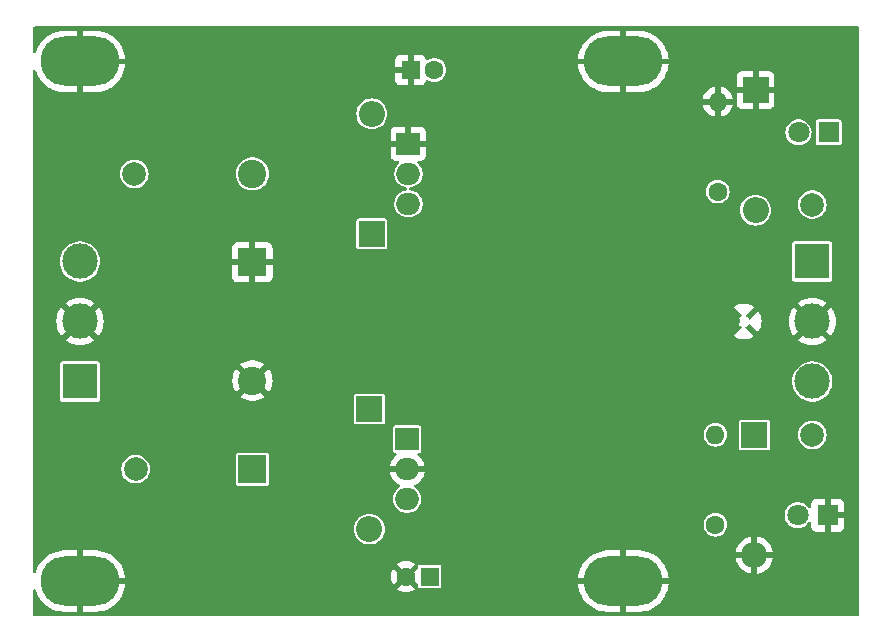
<source format=gbl>
G04 #@! TF.GenerationSoftware,KiCad,Pcbnew,8.0.6-8.0.6-0~ubuntu22.04.1*
G04 #@! TF.CreationDate,2025-01-19T18:25:12+00:00*
G04 #@! TF.ProjectId,PSU-addon,5053552d-6164-4646-9f6e-2e6b69636164,rev?*
G04 #@! TF.SameCoordinates,Original*
G04 #@! TF.FileFunction,Copper,L2,Bot*
G04 #@! TF.FilePolarity,Positive*
%FSLAX46Y46*%
G04 Gerber Fmt 4.6, Leading zero omitted, Abs format (unit mm)*
G04 Created by KiCad (PCBNEW 8.0.6-8.0.6-0~ubuntu22.04.1) date 2025-01-19 18:25:12*
%MOMM*%
%LPD*%
G01*
G04 APERTURE LIST*
G04 #@! TA.AperFunction,ComponentPad*
%ADD10C,2.000000*%
G04 #@! TD*
G04 #@! TA.AperFunction,ComponentPad*
%ADD11R,2.200000X2.200000*%
G04 #@! TD*
G04 #@! TA.AperFunction,ComponentPad*
%ADD12O,2.200000X2.200000*%
G04 #@! TD*
G04 #@! TA.AperFunction,ComponentPad*
%ADD13O,6.700000X4.200000*%
G04 #@! TD*
G04 #@! TA.AperFunction,ComponentPad*
%ADD14C,1.600000*%
G04 #@! TD*
G04 #@! TA.AperFunction,ComponentPad*
%ADD15O,1.600000X1.600000*%
G04 #@! TD*
G04 #@! TA.AperFunction,ComponentPad*
%ADD16R,1.800000X1.800000*%
G04 #@! TD*
G04 #@! TA.AperFunction,ComponentPad*
%ADD17C,1.800000*%
G04 #@! TD*
G04 #@! TA.AperFunction,ComponentPad*
%ADD18R,2.400000X2.400000*%
G04 #@! TD*
G04 #@! TA.AperFunction,ComponentPad*
%ADD19C,2.400000*%
G04 #@! TD*
G04 #@! TA.AperFunction,ComponentPad*
%ADD20R,3.000000X3.000000*%
G04 #@! TD*
G04 #@! TA.AperFunction,ComponentPad*
%ADD21C,3.000000*%
G04 #@! TD*
G04 #@! TA.AperFunction,ComponentPad*
%ADD22R,2.000000X1.905000*%
G04 #@! TD*
G04 #@! TA.AperFunction,ComponentPad*
%ADD23O,2.000000X1.905000*%
G04 #@! TD*
G04 #@! TA.AperFunction,ComponentPad*
%ADD24R,1.600000X1.600000*%
G04 #@! TD*
G04 APERTURE END LIST*
D10*
X92000000Y-59312755D03*
D11*
X87100000Y-59332755D03*
D12*
X87100000Y-69492755D03*
D10*
X34600000Y-37212755D03*
X92000000Y-39812755D03*
D13*
X30000000Y-27700000D03*
D11*
X54500000Y-57132755D03*
D12*
X54500000Y-67292755D03*
D13*
X76000000Y-27700000D03*
D14*
X83800000Y-66922755D03*
D15*
X83800000Y-59302755D03*
D11*
X54700000Y-42292755D03*
D12*
X54700000Y-32132755D03*
D16*
X93300000Y-66112755D03*
D17*
X90760000Y-66112755D03*
D18*
X44600000Y-62212755D03*
D19*
X44600000Y-54712755D03*
D13*
X30000000Y-71700000D03*
D20*
X30000000Y-54792755D03*
D21*
X30000000Y-49712755D03*
X30000000Y-44632755D03*
D10*
X34700000Y-62212755D03*
D18*
X44600000Y-44712755D03*
D19*
X44600000Y-37212755D03*
D20*
X92000000Y-44632755D03*
D21*
X92000000Y-49712755D03*
X92000000Y-54792755D03*
D14*
X84000000Y-38720000D03*
D15*
X84000000Y-31100000D03*
D13*
X76000000Y-71700000D03*
D16*
X93375000Y-33712755D03*
D17*
X90835000Y-33712755D03*
D22*
X57700000Y-59672755D03*
D23*
X57700000Y-62212755D03*
X57700000Y-64752755D03*
D11*
X87200000Y-30132755D03*
D12*
X87200000Y-40292755D03*
D24*
X58000000Y-28412755D03*
D14*
X60000000Y-28412755D03*
D24*
X59600000Y-71312755D03*
D14*
X57600000Y-71312755D03*
D10*
X84900000Y-49700000D03*
D22*
X57800000Y-34672755D03*
D23*
X57800000Y-37212755D03*
X57800000Y-39752755D03*
G04 #@! TA.AperFunction,Conductor*
G36*
X95917539Y-24757940D02*
G01*
X95963294Y-24810744D01*
X95974500Y-24862255D01*
X95974500Y-74563255D01*
X95954815Y-74630294D01*
X95902011Y-74676049D01*
X95850500Y-74687255D01*
X26149500Y-74687255D01*
X26082461Y-74667570D01*
X26036706Y-74614766D01*
X26025500Y-74563255D01*
X26025500Y-72515771D01*
X26045185Y-72448732D01*
X26097989Y-72402977D01*
X26167147Y-72393033D01*
X26230703Y-72422058D01*
X26266541Y-72474816D01*
X26344129Y-72696548D01*
X26470831Y-72959648D01*
X26626199Y-73206914D01*
X26808274Y-73435230D01*
X27014769Y-73641725D01*
X27243085Y-73823800D01*
X27490351Y-73979168D01*
X27753451Y-74105870D01*
X28029081Y-74202318D01*
X28029089Y-74202321D01*
X28313798Y-74267303D01*
X28313812Y-74267306D01*
X28603980Y-74299999D01*
X28603984Y-74300000D01*
X29750000Y-74300000D01*
X29750000Y-73200000D01*
X30250000Y-73200000D01*
X30250000Y-74300000D01*
X31396016Y-74300000D01*
X31396019Y-74299999D01*
X31686187Y-74267306D01*
X31686201Y-74267303D01*
X31970910Y-74202321D01*
X31970918Y-74202318D01*
X32246548Y-74105870D01*
X32509648Y-73979168D01*
X32756914Y-73823800D01*
X32985230Y-73641725D01*
X33191725Y-73435230D01*
X33373800Y-73206914D01*
X33529168Y-72959648D01*
X33655870Y-72696548D01*
X33752318Y-72420918D01*
X33752321Y-72420910D01*
X33817303Y-72136201D01*
X33817305Y-72136189D01*
X33838284Y-71950000D01*
X32729102Y-71950000D01*
X32750000Y-71818053D01*
X32750000Y-71581947D01*
X32729102Y-71450000D01*
X33838284Y-71450000D01*
X33822820Y-71312752D01*
X56295034Y-71312752D01*
X56295034Y-71312757D01*
X56314858Y-71539354D01*
X56314860Y-71539365D01*
X56373730Y-71759072D01*
X56373735Y-71759086D01*
X56469863Y-71965233D01*
X56520974Y-72038227D01*
X57200000Y-71359201D01*
X57200000Y-71365416D01*
X57227259Y-71467149D01*
X57279920Y-71558361D01*
X57354394Y-71632835D01*
X57445606Y-71685496D01*
X57547339Y-71712755D01*
X57553553Y-71712755D01*
X56874526Y-72391780D01*
X56947513Y-72442887D01*
X56947521Y-72442891D01*
X57153668Y-72539019D01*
X57153682Y-72539024D01*
X57373389Y-72597894D01*
X57373400Y-72597896D01*
X57599998Y-72617721D01*
X57600002Y-72617721D01*
X57826599Y-72597896D01*
X57826610Y-72597894D01*
X58046317Y-72539024D01*
X58046331Y-72539019D01*
X58252478Y-72442891D01*
X58325471Y-72391779D01*
X57646447Y-71712755D01*
X57652661Y-71712755D01*
X57754394Y-71685496D01*
X57845606Y-71632835D01*
X57920080Y-71558361D01*
X57972741Y-71467149D01*
X58000000Y-71365416D01*
X58000000Y-71359201D01*
X58563181Y-71922382D01*
X58596666Y-71983705D01*
X58599500Y-72010063D01*
X58599500Y-72132507D01*
X58611131Y-72190984D01*
X58611132Y-72190985D01*
X58655447Y-72257307D01*
X58721769Y-72301622D01*
X58721770Y-72301623D01*
X58780247Y-72313254D01*
X58780250Y-72313255D01*
X58780252Y-72313255D01*
X60419750Y-72313255D01*
X60419751Y-72313254D01*
X60434568Y-72310307D01*
X60478229Y-72301623D01*
X60478229Y-72301622D01*
X60478231Y-72301622D01*
X60544552Y-72257307D01*
X60588867Y-72190986D01*
X60588867Y-72190984D01*
X60588868Y-72190984D01*
X60600499Y-72132507D01*
X60600500Y-72132505D01*
X60600500Y-71450000D01*
X72161716Y-71450000D01*
X73270898Y-71450000D01*
X73250000Y-71581947D01*
X73250000Y-71818053D01*
X73270898Y-71950000D01*
X72161716Y-71950000D01*
X72182694Y-72136189D01*
X72182696Y-72136201D01*
X72247678Y-72420910D01*
X72247681Y-72420918D01*
X72344129Y-72696548D01*
X72470831Y-72959648D01*
X72626199Y-73206914D01*
X72808274Y-73435230D01*
X73014769Y-73641725D01*
X73243085Y-73823800D01*
X73490351Y-73979168D01*
X73753451Y-74105870D01*
X74029081Y-74202318D01*
X74029089Y-74202321D01*
X74313798Y-74267303D01*
X74313812Y-74267306D01*
X74603980Y-74299999D01*
X74603984Y-74300000D01*
X75750000Y-74300000D01*
X75750000Y-73200000D01*
X76250000Y-73200000D01*
X76250000Y-74300000D01*
X77396016Y-74300000D01*
X77396019Y-74299999D01*
X77686187Y-74267306D01*
X77686201Y-74267303D01*
X77970910Y-74202321D01*
X77970918Y-74202318D01*
X78246548Y-74105870D01*
X78509648Y-73979168D01*
X78756914Y-73823800D01*
X78985230Y-73641725D01*
X79191725Y-73435230D01*
X79373800Y-73206914D01*
X79529168Y-72959648D01*
X79655870Y-72696548D01*
X79752318Y-72420918D01*
X79752321Y-72420910D01*
X79817303Y-72136201D01*
X79817305Y-72136189D01*
X79838284Y-71950000D01*
X78729102Y-71950000D01*
X78750000Y-71818053D01*
X78750000Y-71581947D01*
X78729102Y-71450000D01*
X79838284Y-71450000D01*
X79817305Y-71263810D01*
X79817303Y-71263798D01*
X79752321Y-70979089D01*
X79752318Y-70979081D01*
X79655870Y-70703451D01*
X79529168Y-70440351D01*
X79373800Y-70193085D01*
X79191725Y-69964769D01*
X78985230Y-69758274D01*
X78756914Y-69576199D01*
X78509648Y-69420831D01*
X78246548Y-69294129D01*
X78099728Y-69242754D01*
X85514728Y-69242754D01*
X85514729Y-69242755D01*
X86609252Y-69242755D01*
X86587482Y-69280463D01*
X86550000Y-69420346D01*
X86550000Y-69565164D01*
X86587482Y-69705047D01*
X86609252Y-69742755D01*
X85514728Y-69742755D01*
X85514811Y-69743822D01*
X85573603Y-69988711D01*
X85669980Y-70221386D01*
X85801568Y-70436117D01*
X85801571Y-70436122D01*
X85965130Y-70627624D01*
X86156632Y-70791183D01*
X86156637Y-70791186D01*
X86371368Y-70922774D01*
X86604043Y-71019151D01*
X86848932Y-71077943D01*
X86850000Y-71078026D01*
X86850000Y-69983502D01*
X86887708Y-70005273D01*
X87027591Y-70042755D01*
X87172409Y-70042755D01*
X87312292Y-70005273D01*
X87350000Y-69983502D01*
X87350000Y-71078026D01*
X87351067Y-71077943D01*
X87595956Y-71019151D01*
X87828631Y-70922774D01*
X88043362Y-70791186D01*
X88043367Y-70791183D01*
X88234869Y-70627624D01*
X88398428Y-70436122D01*
X88398431Y-70436117D01*
X88530019Y-70221386D01*
X88626396Y-69988711D01*
X88685188Y-69743822D01*
X88685272Y-69742755D01*
X87590748Y-69742755D01*
X87612518Y-69705047D01*
X87650000Y-69565164D01*
X87650000Y-69420346D01*
X87612518Y-69280463D01*
X87590748Y-69242755D01*
X88685271Y-69242755D01*
X88685271Y-69242754D01*
X88685188Y-69241687D01*
X88626396Y-68996798D01*
X88530019Y-68764123D01*
X88398431Y-68549392D01*
X88398428Y-68549387D01*
X88234869Y-68357885D01*
X88043367Y-68194326D01*
X88043362Y-68194323D01*
X87828631Y-68062735D01*
X87595956Y-67966358D01*
X87351064Y-67907566D01*
X87350000Y-67907481D01*
X87350000Y-69002007D01*
X87312292Y-68980237D01*
X87172409Y-68942755D01*
X87027591Y-68942755D01*
X86887708Y-68980237D01*
X86850000Y-69002007D01*
X86850000Y-67907481D01*
X86848935Y-67907566D01*
X86604043Y-67966358D01*
X86371368Y-68062735D01*
X86156637Y-68194323D01*
X86156632Y-68194326D01*
X85965130Y-68357885D01*
X85801571Y-68549387D01*
X85801568Y-68549392D01*
X85669980Y-68764123D01*
X85573603Y-68996798D01*
X85514811Y-69241687D01*
X85514728Y-69242754D01*
X78099728Y-69242754D01*
X77970918Y-69197681D01*
X77970910Y-69197678D01*
X77686201Y-69132696D01*
X77686187Y-69132693D01*
X77396019Y-69100000D01*
X76250000Y-69100000D01*
X76250000Y-70200000D01*
X75750000Y-70200000D01*
X75750000Y-69100000D01*
X74603980Y-69100000D01*
X74313812Y-69132693D01*
X74313798Y-69132696D01*
X74029089Y-69197678D01*
X74029081Y-69197681D01*
X73753451Y-69294129D01*
X73490351Y-69420831D01*
X73243085Y-69576199D01*
X73014769Y-69758274D01*
X72808274Y-69964769D01*
X72626199Y-70193085D01*
X72470831Y-70440351D01*
X72344129Y-70703451D01*
X72247681Y-70979081D01*
X72247678Y-70979089D01*
X72182696Y-71263798D01*
X72182694Y-71263810D01*
X72161716Y-71450000D01*
X60600500Y-71450000D01*
X60600500Y-70493004D01*
X60600499Y-70493002D01*
X60588868Y-70434525D01*
X60588867Y-70434524D01*
X60544552Y-70368202D01*
X60478230Y-70323887D01*
X60478229Y-70323886D01*
X60419752Y-70312255D01*
X60419748Y-70312255D01*
X58780252Y-70312255D01*
X58780247Y-70312255D01*
X58721770Y-70323886D01*
X58721769Y-70323887D01*
X58655447Y-70368202D01*
X58611132Y-70434524D01*
X58611131Y-70434525D01*
X58599500Y-70493002D01*
X58599500Y-70615446D01*
X58579815Y-70682485D01*
X58563181Y-70703127D01*
X58000000Y-71266308D01*
X58000000Y-71260094D01*
X57972741Y-71158361D01*
X57920080Y-71067149D01*
X57845606Y-70992675D01*
X57754394Y-70940014D01*
X57652661Y-70912755D01*
X57646445Y-70912755D01*
X58325472Y-70233729D01*
X58252478Y-70182618D01*
X58046331Y-70086490D01*
X58046317Y-70086485D01*
X57826610Y-70027615D01*
X57826599Y-70027613D01*
X57600002Y-70007789D01*
X57599998Y-70007789D01*
X57373400Y-70027613D01*
X57373389Y-70027615D01*
X57153682Y-70086485D01*
X57153673Y-70086489D01*
X56947516Y-70182621D01*
X56947512Y-70182623D01*
X56874526Y-70233728D01*
X56874526Y-70233729D01*
X57553553Y-70912755D01*
X57547339Y-70912755D01*
X57445606Y-70940014D01*
X57354394Y-70992675D01*
X57279920Y-71067149D01*
X57227259Y-71158361D01*
X57200000Y-71260094D01*
X57200000Y-71266307D01*
X56520974Y-70587281D01*
X56520973Y-70587281D01*
X56469868Y-70660267D01*
X56469866Y-70660271D01*
X56373734Y-70866428D01*
X56373730Y-70866437D01*
X56314860Y-71086144D01*
X56314858Y-71086155D01*
X56295034Y-71312752D01*
X33822820Y-71312752D01*
X33817305Y-71263810D01*
X33817303Y-71263798D01*
X33752321Y-70979089D01*
X33752318Y-70979081D01*
X33655870Y-70703451D01*
X33529168Y-70440351D01*
X33373800Y-70193085D01*
X33191725Y-69964769D01*
X32985230Y-69758274D01*
X32756914Y-69576199D01*
X32509648Y-69420831D01*
X32246548Y-69294129D01*
X31970918Y-69197681D01*
X31970910Y-69197678D01*
X31686201Y-69132696D01*
X31686187Y-69132693D01*
X31396019Y-69100000D01*
X30250000Y-69100000D01*
X30250000Y-70200000D01*
X29750000Y-70200000D01*
X29750000Y-69100000D01*
X28603980Y-69100000D01*
X28313812Y-69132693D01*
X28313798Y-69132696D01*
X28029089Y-69197678D01*
X28029081Y-69197681D01*
X27753451Y-69294129D01*
X27490351Y-69420831D01*
X27243085Y-69576199D01*
X27014769Y-69758274D01*
X26808274Y-69964769D01*
X26626199Y-70193085D01*
X26470831Y-70440351D01*
X26344129Y-70703451D01*
X26266541Y-70925183D01*
X26225819Y-70981959D01*
X26160867Y-71007706D01*
X26092305Y-70994249D01*
X26041902Y-70945862D01*
X26025500Y-70884228D01*
X26025500Y-67292753D01*
X53194532Y-67292753D01*
X53194532Y-67292756D01*
X53214364Y-67519441D01*
X53214366Y-67519452D01*
X53273258Y-67739243D01*
X53273261Y-67739252D01*
X53369431Y-67945487D01*
X53369432Y-67945489D01*
X53499954Y-68131896D01*
X53660858Y-68292800D01*
X53660861Y-68292802D01*
X53847266Y-68423323D01*
X54053504Y-68519494D01*
X54273308Y-68578390D01*
X54435230Y-68592556D01*
X54499998Y-68598223D01*
X54500000Y-68598223D01*
X54500002Y-68598223D01*
X54556673Y-68593264D01*
X54726692Y-68578390D01*
X54946496Y-68519494D01*
X55152734Y-68423323D01*
X55339139Y-68292802D01*
X55500047Y-68131894D01*
X55630568Y-67945489D01*
X55726739Y-67739251D01*
X55785635Y-67519447D01*
X55805468Y-67292755D01*
X55785635Y-67066063D01*
X55747236Y-66922755D01*
X82794659Y-66922755D01*
X82813975Y-67118884D01*
X82813976Y-67118887D01*
X82855217Y-67254841D01*
X82871188Y-67307488D01*
X82964086Y-67481287D01*
X82964090Y-67481294D01*
X83089116Y-67633638D01*
X83241460Y-67758664D01*
X83241467Y-67758668D01*
X83415266Y-67851566D01*
X83415269Y-67851566D01*
X83415273Y-67851569D01*
X83603868Y-67908779D01*
X83800000Y-67928096D01*
X83996132Y-67908779D01*
X84184727Y-67851569D01*
X84358538Y-67758665D01*
X84510883Y-67633638D01*
X84635910Y-67481293D01*
X84728814Y-67307482D01*
X84786024Y-67118887D01*
X84805341Y-66922755D01*
X84786024Y-66726623D01*
X84728814Y-66538028D01*
X84728811Y-66538024D01*
X84728811Y-66538021D01*
X84635913Y-66364222D01*
X84635909Y-66364215D01*
X84510883Y-66211871D01*
X84390109Y-66112754D01*
X89654785Y-66112754D01*
X89654785Y-66112755D01*
X89673602Y-66315837D01*
X89729417Y-66512002D01*
X89729422Y-66512015D01*
X89820327Y-66694576D01*
X89943237Y-66857336D01*
X90093958Y-66994735D01*
X90093960Y-66994737D01*
X90193141Y-67056147D01*
X90267363Y-67102103D01*
X90457544Y-67175779D01*
X90658024Y-67213255D01*
X90658026Y-67213255D01*
X90861974Y-67213255D01*
X90861976Y-67213255D01*
X91062456Y-67175779D01*
X91252637Y-67102103D01*
X91426041Y-66994736D01*
X91576764Y-66857334D01*
X91677046Y-66724538D01*
X91733155Y-66682903D01*
X91802867Y-66678212D01*
X91864049Y-66711954D01*
X91897276Y-66773417D01*
X91900000Y-66799266D01*
X91900000Y-67060599D01*
X91906401Y-67120127D01*
X91906403Y-67120134D01*
X91956645Y-67254841D01*
X91956649Y-67254848D01*
X92042809Y-67369942D01*
X92042812Y-67369945D01*
X92157906Y-67456105D01*
X92157913Y-67456109D01*
X92292620Y-67506351D01*
X92292627Y-67506353D01*
X92352155Y-67512754D01*
X92352172Y-67512755D01*
X93050000Y-67512755D01*
X93050000Y-66488032D01*
X93126306Y-66532088D01*
X93240756Y-66562755D01*
X93359244Y-66562755D01*
X93473694Y-66532088D01*
X93550000Y-66488032D01*
X93550000Y-67512755D01*
X94247828Y-67512755D01*
X94247844Y-67512754D01*
X94307372Y-67506353D01*
X94307379Y-67506351D01*
X94442086Y-67456109D01*
X94442093Y-67456105D01*
X94557187Y-67369945D01*
X94557190Y-67369942D01*
X94643350Y-67254848D01*
X94643354Y-67254841D01*
X94693596Y-67120134D01*
X94693598Y-67120127D01*
X94699999Y-67060599D01*
X94700000Y-67060582D01*
X94700000Y-66362755D01*
X93675278Y-66362755D01*
X93719333Y-66286449D01*
X93750000Y-66171999D01*
X93750000Y-66053511D01*
X93719333Y-65939061D01*
X93675278Y-65862755D01*
X94700000Y-65862755D01*
X94700000Y-65164927D01*
X94699999Y-65164910D01*
X94693598Y-65105382D01*
X94693596Y-65105375D01*
X94643354Y-64970668D01*
X94643350Y-64970661D01*
X94557190Y-64855567D01*
X94557187Y-64855564D01*
X94442093Y-64769404D01*
X94442086Y-64769400D01*
X94307379Y-64719158D01*
X94307372Y-64719156D01*
X94247844Y-64712755D01*
X93550000Y-64712755D01*
X93550000Y-65737477D01*
X93473694Y-65693422D01*
X93359244Y-65662755D01*
X93240756Y-65662755D01*
X93126306Y-65693422D01*
X93050000Y-65737477D01*
X93050000Y-64712755D01*
X92352155Y-64712755D01*
X92292627Y-64719156D01*
X92292620Y-64719158D01*
X92157913Y-64769400D01*
X92157906Y-64769404D01*
X92042812Y-64855564D01*
X92042809Y-64855567D01*
X91956649Y-64970661D01*
X91956645Y-64970668D01*
X91906403Y-65105375D01*
X91906401Y-65105382D01*
X91900000Y-65164910D01*
X91900000Y-65426243D01*
X91880315Y-65493282D01*
X91827511Y-65539037D01*
X91758353Y-65548981D01*
X91694797Y-65519956D01*
X91677046Y-65500970D01*
X91576762Y-65368174D01*
X91426041Y-65230774D01*
X91426039Y-65230772D01*
X91252642Y-65123410D01*
X91252635Y-65123406D01*
X91157546Y-65086569D01*
X91062456Y-65049731D01*
X90861976Y-65012255D01*
X90658024Y-65012255D01*
X90457544Y-65049731D01*
X90457541Y-65049731D01*
X90457541Y-65049732D01*
X90267364Y-65123406D01*
X90267357Y-65123410D01*
X90093960Y-65230772D01*
X90093958Y-65230774D01*
X89943237Y-65368173D01*
X89820327Y-65530933D01*
X89729422Y-65713494D01*
X89729417Y-65713507D01*
X89673602Y-65909672D01*
X89654785Y-66112754D01*
X84390109Y-66112754D01*
X84358539Y-66086845D01*
X84358532Y-66086841D01*
X84184733Y-65993943D01*
X84184727Y-65993941D01*
X83996132Y-65936731D01*
X83996129Y-65936730D01*
X83800000Y-65917414D01*
X83603870Y-65936730D01*
X83415266Y-65993943D01*
X83241467Y-66086841D01*
X83241460Y-66086845D01*
X83089116Y-66211871D01*
X82964090Y-66364215D01*
X82964086Y-66364222D01*
X82871188Y-66538021D01*
X82813975Y-66726625D01*
X82794659Y-66922755D01*
X55747236Y-66922755D01*
X55726739Y-66846259D01*
X55630568Y-66640021D01*
X55500047Y-66453616D01*
X55500045Y-66453613D01*
X55339141Y-66292709D01*
X55152734Y-66162187D01*
X55152732Y-66162186D01*
X54946497Y-66066016D01*
X54946488Y-66066013D01*
X54726697Y-66007121D01*
X54726693Y-66007120D01*
X54726692Y-66007120D01*
X54726691Y-66007119D01*
X54726686Y-66007119D01*
X54500002Y-65987287D01*
X54499998Y-65987287D01*
X54273313Y-66007119D01*
X54273302Y-66007121D01*
X54053511Y-66066013D01*
X54053502Y-66066016D01*
X53847267Y-66162186D01*
X53847265Y-66162187D01*
X53660858Y-66292709D01*
X53499954Y-66453613D01*
X53369432Y-66640020D01*
X53369431Y-66640022D01*
X53273261Y-66846257D01*
X53273258Y-66846266D01*
X53214366Y-67066057D01*
X53214364Y-67066068D01*
X53194532Y-67292753D01*
X26025500Y-67292753D01*
X26025500Y-62212754D01*
X33494357Y-62212754D01*
X33494357Y-62212755D01*
X33514884Y-62434290D01*
X33514885Y-62434292D01*
X33575769Y-62648278D01*
X33575775Y-62648293D01*
X33674938Y-62847438D01*
X33674943Y-62847446D01*
X33809020Y-63024993D01*
X33973437Y-63174878D01*
X33973439Y-63174880D01*
X34162595Y-63292000D01*
X34162596Y-63292000D01*
X34162599Y-63292002D01*
X34370060Y-63372373D01*
X34588757Y-63413255D01*
X34588759Y-63413255D01*
X34811241Y-63413255D01*
X34811243Y-63413255D01*
X35029940Y-63372373D01*
X35237401Y-63292002D01*
X35426562Y-63174879D01*
X35590981Y-63024991D01*
X35725058Y-62847444D01*
X35824229Y-62648283D01*
X35885115Y-62434291D01*
X35905643Y-62212755D01*
X35885115Y-61991219D01*
X35824229Y-61777227D01*
X35824224Y-61777216D01*
X35725061Y-61578071D01*
X35725056Y-61578063D01*
X35590979Y-61400516D01*
X35426562Y-61250631D01*
X35426560Y-61250629D01*
X35237404Y-61133509D01*
X35237398Y-61133507D01*
X35029940Y-61053137D01*
X34811243Y-61012255D01*
X34588757Y-61012255D01*
X34370060Y-61053137D01*
X34238864Y-61103962D01*
X34162601Y-61133507D01*
X34162595Y-61133509D01*
X33973439Y-61250629D01*
X33973437Y-61250631D01*
X33809020Y-61400516D01*
X33674943Y-61578063D01*
X33674938Y-61578071D01*
X33575775Y-61777216D01*
X33575769Y-61777231D01*
X33514885Y-61991217D01*
X33514884Y-61991219D01*
X33494357Y-62212754D01*
X26025500Y-62212754D01*
X26025500Y-60993002D01*
X43199500Y-60993002D01*
X43199500Y-63432507D01*
X43211131Y-63490984D01*
X43211132Y-63490985D01*
X43255447Y-63557307D01*
X43321769Y-63601622D01*
X43321770Y-63601623D01*
X43380247Y-63613254D01*
X43380250Y-63613255D01*
X43380252Y-63613255D01*
X45819750Y-63613255D01*
X45819751Y-63613254D01*
X45834568Y-63610307D01*
X45878229Y-63601623D01*
X45878229Y-63601622D01*
X45878231Y-63601622D01*
X45944552Y-63557307D01*
X45988867Y-63490986D01*
X45988867Y-63490984D01*
X45988868Y-63490984D01*
X46000499Y-63432507D01*
X46000500Y-63432505D01*
X46000500Y-61962755D01*
X56221491Y-61962755D01*
X57209252Y-61962755D01*
X57187482Y-62000463D01*
X57150000Y-62140346D01*
X57150000Y-62285164D01*
X57187482Y-62425047D01*
X57209252Y-62462755D01*
X56221491Y-62462755D01*
X56235765Y-62552883D01*
X56306417Y-62770325D01*
X56410211Y-62974031D01*
X56544597Y-63158997D01*
X56706257Y-63320657D01*
X56891223Y-63455043D01*
X57058623Y-63540338D01*
X57109419Y-63588313D01*
X57126214Y-63656134D01*
X57103677Y-63722268D01*
X57058625Y-63761307D01*
X57048195Y-63766621D01*
X56964426Y-63827483D01*
X56901371Y-63873296D01*
X56901369Y-63873298D01*
X56901368Y-63873298D01*
X56773043Y-64001623D01*
X56773043Y-64001624D01*
X56773041Y-64001626D01*
X56727228Y-64064681D01*
X56666366Y-64148450D01*
X56583971Y-64310159D01*
X56527891Y-64482755D01*
X56527891Y-64482758D01*
X56499500Y-64662012D01*
X56499500Y-64843497D01*
X56527891Y-65022751D01*
X56527891Y-65022754D01*
X56583971Y-65195350D01*
X56666366Y-65357059D01*
X56773041Y-65503884D01*
X56901371Y-65632214D01*
X57048196Y-65738889D01*
X57209902Y-65821282D01*
X57209904Y-65821283D01*
X57382501Y-65877363D01*
X57382502Y-65877363D01*
X57382505Y-65877364D01*
X57561757Y-65905755D01*
X57561758Y-65905755D01*
X57838242Y-65905755D01*
X57838243Y-65905755D01*
X58017495Y-65877364D01*
X58017498Y-65877363D01*
X58017499Y-65877363D01*
X58190095Y-65821283D01*
X58190095Y-65821282D01*
X58190098Y-65821282D01*
X58351804Y-65738889D01*
X58498629Y-65632214D01*
X58626959Y-65503884D01*
X58733634Y-65357059D01*
X58816027Y-65195353D01*
X58863342Y-65049732D01*
X58872108Y-65022754D01*
X58872108Y-65022753D01*
X58872109Y-65022750D01*
X58900500Y-64843498D01*
X58900500Y-64662012D01*
X58872109Y-64482760D01*
X58872108Y-64482756D01*
X58872108Y-64482755D01*
X58816028Y-64310159D01*
X58733633Y-64148450D01*
X58626959Y-64001626D01*
X58498629Y-63873296D01*
X58425216Y-63819958D01*
X58351802Y-63766619D01*
X58341377Y-63761308D01*
X58290581Y-63713335D01*
X58273785Y-63645514D01*
X58296322Y-63579379D01*
X58341376Y-63540338D01*
X58508776Y-63455043D01*
X58693742Y-63320657D01*
X58855402Y-63158997D01*
X58989788Y-62974031D01*
X59093582Y-62770325D01*
X59164234Y-62552883D01*
X59178509Y-62462755D01*
X58190748Y-62462755D01*
X58212518Y-62425047D01*
X58250000Y-62285164D01*
X58250000Y-62140346D01*
X58212518Y-62000463D01*
X58190748Y-61962755D01*
X59178509Y-61962755D01*
X59164234Y-61872626D01*
X59093582Y-61655184D01*
X58989788Y-61451478D01*
X58855402Y-61266512D01*
X58693742Y-61104852D01*
X58693736Y-61104847D01*
X58618346Y-61050073D01*
X58575680Y-60994743D01*
X58569701Y-60925130D01*
X58602307Y-60863335D01*
X58663145Y-60828978D01*
X58691231Y-60825755D01*
X58719750Y-60825755D01*
X58719751Y-60825754D01*
X58734568Y-60822807D01*
X58778229Y-60814123D01*
X58778229Y-60814122D01*
X58778231Y-60814122D01*
X58844552Y-60769807D01*
X58888867Y-60703486D01*
X58888867Y-60703484D01*
X58888868Y-60703484D01*
X58900499Y-60645007D01*
X58900500Y-60645005D01*
X58900500Y-59302755D01*
X82794659Y-59302755D01*
X82813975Y-59498884D01*
X82871188Y-59687488D01*
X82964086Y-59861287D01*
X82964090Y-59861294D01*
X83089116Y-60013638D01*
X83241460Y-60138664D01*
X83241467Y-60138668D01*
X83415266Y-60231566D01*
X83415269Y-60231566D01*
X83415273Y-60231569D01*
X83603868Y-60288779D01*
X83800000Y-60308096D01*
X83996132Y-60288779D01*
X84184727Y-60231569D01*
X84358538Y-60138665D01*
X84510883Y-60013638D01*
X84635910Y-59861293D01*
X84728814Y-59687482D01*
X84786024Y-59498887D01*
X84805341Y-59302755D01*
X84786024Y-59106623D01*
X84728814Y-58918028D01*
X84728811Y-58918024D01*
X84728811Y-58918021D01*
X84635913Y-58744222D01*
X84635909Y-58744215D01*
X84510883Y-58591871D01*
X84358539Y-58466845D01*
X84358532Y-58466841D01*
X84184733Y-58373943D01*
X84184727Y-58373941D01*
X83996132Y-58316731D01*
X83996129Y-58316730D01*
X83800000Y-58297414D01*
X83603870Y-58316730D01*
X83415266Y-58373943D01*
X83241467Y-58466841D01*
X83241460Y-58466845D01*
X83089116Y-58591871D01*
X82964090Y-58744215D01*
X82964086Y-58744222D01*
X82871188Y-58918021D01*
X82813975Y-59106625D01*
X82794659Y-59302755D01*
X58900500Y-59302755D01*
X58900500Y-58700504D01*
X58900499Y-58700502D01*
X58888868Y-58642025D01*
X58888867Y-58642024D01*
X58844552Y-58575702D01*
X58778230Y-58531387D01*
X58778229Y-58531386D01*
X58719752Y-58519755D01*
X58719748Y-58519755D01*
X56680252Y-58519755D01*
X56680247Y-58519755D01*
X56621770Y-58531386D01*
X56621769Y-58531387D01*
X56555447Y-58575702D01*
X56511132Y-58642024D01*
X56511131Y-58642025D01*
X56499500Y-58700502D01*
X56499500Y-60645007D01*
X56511131Y-60703484D01*
X56511132Y-60703485D01*
X56555447Y-60769807D01*
X56621769Y-60814122D01*
X56621770Y-60814123D01*
X56680247Y-60825754D01*
X56680250Y-60825755D01*
X56708769Y-60825755D01*
X56775808Y-60845440D01*
X56821563Y-60898244D01*
X56831507Y-60967402D01*
X56802482Y-61030958D01*
X56781654Y-61050073D01*
X56706263Y-61104847D01*
X56706257Y-61104852D01*
X56544597Y-61266512D01*
X56410211Y-61451478D01*
X56306417Y-61655184D01*
X56235765Y-61872626D01*
X56221491Y-61962755D01*
X46000500Y-61962755D01*
X46000500Y-60993004D01*
X46000499Y-60993002D01*
X45988868Y-60934525D01*
X45988867Y-60934524D01*
X45944552Y-60868202D01*
X45878230Y-60823887D01*
X45878229Y-60823886D01*
X45819752Y-60812255D01*
X45819748Y-60812255D01*
X43380252Y-60812255D01*
X43380247Y-60812255D01*
X43321770Y-60823886D01*
X43321769Y-60823887D01*
X43255447Y-60868202D01*
X43211132Y-60934524D01*
X43211131Y-60934525D01*
X43199500Y-60993002D01*
X26025500Y-60993002D01*
X26025500Y-53273002D01*
X28299500Y-53273002D01*
X28299500Y-56312507D01*
X28311131Y-56370984D01*
X28311132Y-56370985D01*
X28355447Y-56437307D01*
X28421769Y-56481622D01*
X28421770Y-56481623D01*
X28480247Y-56493254D01*
X28480250Y-56493255D01*
X28480252Y-56493255D01*
X31519750Y-56493255D01*
X31519751Y-56493254D01*
X31534568Y-56490307D01*
X31578229Y-56481623D01*
X31578229Y-56481622D01*
X31578231Y-56481622D01*
X31644552Y-56437307D01*
X31688867Y-56370986D01*
X31688867Y-56370984D01*
X31688868Y-56370984D01*
X31700499Y-56312507D01*
X31700500Y-56312505D01*
X31700500Y-54712750D01*
X42895233Y-54712750D01*
X42895233Y-54712759D01*
X42914273Y-54966834D01*
X42970968Y-55215232D01*
X42970973Y-55215249D01*
X43064058Y-55452426D01*
X43064057Y-55452426D01*
X43191457Y-55673087D01*
X43233452Y-55725748D01*
X44035387Y-54923813D01*
X44040889Y-54944346D01*
X44119881Y-55081163D01*
X44231592Y-55192874D01*
X44368409Y-55271866D01*
X44388940Y-55277367D01*
X43586813Y-56079492D01*
X43747623Y-56189130D01*
X43747624Y-56189131D01*
X43977176Y-56299676D01*
X43977174Y-56299676D01*
X44220652Y-56374779D01*
X44220658Y-56374781D01*
X44472595Y-56412754D01*
X44472604Y-56412755D01*
X44727396Y-56412755D01*
X44727404Y-56412754D01*
X44979341Y-56374781D01*
X44979347Y-56374779D01*
X45222824Y-56299676D01*
X45452381Y-56189128D01*
X45613185Y-56079492D01*
X45546695Y-56013002D01*
X53199500Y-56013002D01*
X53199500Y-58252507D01*
X53211131Y-58310984D01*
X53211132Y-58310985D01*
X53255447Y-58377307D01*
X53321769Y-58421622D01*
X53321770Y-58421623D01*
X53380247Y-58433254D01*
X53380250Y-58433255D01*
X53380252Y-58433255D01*
X55619750Y-58433255D01*
X55619751Y-58433254D01*
X55634568Y-58430307D01*
X55678229Y-58421623D01*
X55678229Y-58421622D01*
X55678231Y-58421622D01*
X55744552Y-58377307D01*
X55788867Y-58310986D01*
X55788867Y-58310984D01*
X55788868Y-58310984D01*
X55800499Y-58252507D01*
X55800500Y-58252505D01*
X55800500Y-58213002D01*
X85799500Y-58213002D01*
X85799500Y-60452507D01*
X85811131Y-60510984D01*
X85811132Y-60510985D01*
X85855447Y-60577307D01*
X85921769Y-60621622D01*
X85921770Y-60621623D01*
X85980247Y-60633254D01*
X85980250Y-60633255D01*
X85980252Y-60633255D01*
X88219750Y-60633255D01*
X88219751Y-60633254D01*
X88234568Y-60630307D01*
X88278229Y-60621623D01*
X88278229Y-60621622D01*
X88278231Y-60621622D01*
X88344552Y-60577307D01*
X88388867Y-60510986D01*
X88388867Y-60510984D01*
X88388868Y-60510984D01*
X88400499Y-60452507D01*
X88400500Y-60452505D01*
X88400500Y-59312754D01*
X90794357Y-59312754D01*
X90794357Y-59312755D01*
X90814884Y-59534290D01*
X90814885Y-59534292D01*
X90875769Y-59748278D01*
X90875775Y-59748293D01*
X90974938Y-59947438D01*
X90974943Y-59947446D01*
X91109020Y-60124993D01*
X91273437Y-60274878D01*
X91273439Y-60274880D01*
X91462595Y-60392000D01*
X91462596Y-60392000D01*
X91462599Y-60392002D01*
X91670060Y-60472373D01*
X91888757Y-60513255D01*
X91888759Y-60513255D01*
X92111241Y-60513255D01*
X92111243Y-60513255D01*
X92329940Y-60472373D01*
X92537401Y-60392002D01*
X92726562Y-60274879D01*
X92875981Y-60138665D01*
X92890979Y-60124993D01*
X92975071Y-60013638D01*
X93025058Y-59947444D01*
X93124229Y-59748283D01*
X93185115Y-59534291D01*
X93205643Y-59312755D01*
X93185115Y-59091219D01*
X93124229Y-58877227D01*
X93058000Y-58744222D01*
X93025061Y-58678071D01*
X93025056Y-58678063D01*
X92890979Y-58500516D01*
X92726562Y-58350631D01*
X92726560Y-58350629D01*
X92537404Y-58233509D01*
X92537398Y-58233507D01*
X92329940Y-58153137D01*
X92111243Y-58112255D01*
X91888757Y-58112255D01*
X91670060Y-58153137D01*
X91538864Y-58203962D01*
X91462601Y-58233507D01*
X91462595Y-58233509D01*
X91273439Y-58350629D01*
X91273437Y-58350631D01*
X91109020Y-58500516D01*
X90974943Y-58678063D01*
X90974938Y-58678071D01*
X90875775Y-58877216D01*
X90875769Y-58877231D01*
X90814885Y-59091217D01*
X90814884Y-59091219D01*
X90794357Y-59312754D01*
X88400500Y-59312754D01*
X88400500Y-58213004D01*
X88400499Y-58213002D01*
X88388868Y-58154525D01*
X88388867Y-58154524D01*
X88344552Y-58088202D01*
X88278230Y-58043887D01*
X88278229Y-58043886D01*
X88219752Y-58032255D01*
X88219748Y-58032255D01*
X85980252Y-58032255D01*
X85980247Y-58032255D01*
X85921770Y-58043886D01*
X85921769Y-58043887D01*
X85855447Y-58088202D01*
X85811132Y-58154524D01*
X85811131Y-58154525D01*
X85799500Y-58213002D01*
X55800500Y-58213002D01*
X55800500Y-56013004D01*
X55800499Y-56013002D01*
X55788868Y-55954525D01*
X55788867Y-55954524D01*
X55744552Y-55888202D01*
X55678230Y-55843887D01*
X55678229Y-55843886D01*
X55619752Y-55832255D01*
X55619748Y-55832255D01*
X53380252Y-55832255D01*
X53380247Y-55832255D01*
X53321770Y-55843886D01*
X53321769Y-55843887D01*
X53255447Y-55888202D01*
X53211132Y-55954524D01*
X53211131Y-55954525D01*
X53199500Y-56013002D01*
X45546695Y-56013002D01*
X44811059Y-55277367D01*
X44831591Y-55271866D01*
X44968408Y-55192874D01*
X45080119Y-55081163D01*
X45159111Y-54944346D01*
X45164612Y-54923814D01*
X45966545Y-55725748D01*
X46008545Y-55673082D01*
X46135941Y-55452426D01*
X46229026Y-55215249D01*
X46229031Y-55215232D01*
X46285726Y-54966834D01*
X46298772Y-54792750D01*
X90294732Y-54792750D01*
X90294732Y-54792759D01*
X90313777Y-55046909D01*
X90352199Y-55215249D01*
X90370492Y-55295392D01*
X90463607Y-55532643D01*
X90591041Y-55753367D01*
X90749950Y-55952632D01*
X90936783Y-56125987D01*
X91147366Y-56269560D01*
X91147371Y-56269562D01*
X91147372Y-56269563D01*
X91147373Y-56269564D01*
X91236538Y-56312503D01*
X91376992Y-56380142D01*
X91376993Y-56380142D01*
X91376996Y-56380144D01*
X91620542Y-56455268D01*
X91872565Y-56493255D01*
X92127435Y-56493255D01*
X92379458Y-56455268D01*
X92623004Y-56380144D01*
X92852634Y-56269560D01*
X93063217Y-56125987D01*
X93250050Y-55952632D01*
X93408959Y-55753367D01*
X93536393Y-55532643D01*
X93629508Y-55295392D01*
X93686222Y-55046912D01*
X93705268Y-54792755D01*
X93705192Y-54791746D01*
X93686222Y-54538600D01*
X93645275Y-54359201D01*
X93629508Y-54290118D01*
X93536393Y-54052867D01*
X93408959Y-53832143D01*
X93250050Y-53632878D01*
X93063217Y-53459523D01*
X92852634Y-53315950D01*
X92852630Y-53315948D01*
X92852627Y-53315946D01*
X92852626Y-53315945D01*
X92623006Y-53205367D01*
X92623008Y-53205367D01*
X92379466Y-53130244D01*
X92379462Y-53130243D01*
X92379458Y-53130242D01*
X92258231Y-53111969D01*
X92127440Y-53092255D01*
X92127435Y-53092255D01*
X91872565Y-53092255D01*
X91872559Y-53092255D01*
X91715609Y-53115912D01*
X91620542Y-53130242D01*
X91620539Y-53130243D01*
X91620533Y-53130244D01*
X91376992Y-53205367D01*
X91147373Y-53315945D01*
X91147372Y-53315946D01*
X90936782Y-53459523D01*
X90749952Y-53632876D01*
X90749950Y-53632878D01*
X90591041Y-53832143D01*
X90463608Y-54052864D01*
X90370492Y-54290117D01*
X90370490Y-54290124D01*
X90313777Y-54538600D01*
X90294732Y-54792750D01*
X46298772Y-54792750D01*
X46304767Y-54712759D01*
X46304767Y-54712750D01*
X46285726Y-54458675D01*
X46229031Y-54210277D01*
X46229026Y-54210260D01*
X46135941Y-53973083D01*
X46135942Y-53973083D01*
X46008544Y-53752426D01*
X45966546Y-53699761D01*
X45164612Y-54501694D01*
X45159111Y-54481164D01*
X45080119Y-54344347D01*
X44968408Y-54232636D01*
X44831591Y-54153644D01*
X44811058Y-54148142D01*
X45613185Y-53346016D01*
X45452377Y-53236379D01*
X45452376Y-53236378D01*
X45222823Y-53125833D01*
X45222825Y-53125833D01*
X44979347Y-53050730D01*
X44979341Y-53050728D01*
X44727404Y-53012755D01*
X44472595Y-53012755D01*
X44220658Y-53050728D01*
X44220652Y-53050730D01*
X43977175Y-53125833D01*
X43747624Y-53236378D01*
X43747616Y-53236383D01*
X43586813Y-53346016D01*
X44388940Y-54148142D01*
X44368409Y-54153644D01*
X44231592Y-54232636D01*
X44119881Y-54344347D01*
X44040889Y-54481164D01*
X44035387Y-54501695D01*
X43233453Y-53699761D01*
X43191455Y-53752425D01*
X43064058Y-53973083D01*
X42970973Y-54210260D01*
X42970968Y-54210277D01*
X42914273Y-54458675D01*
X42895233Y-54712750D01*
X31700500Y-54712750D01*
X31700500Y-53273004D01*
X31700499Y-53273002D01*
X31688868Y-53214525D01*
X31688867Y-53214524D01*
X31644552Y-53148202D01*
X31578230Y-53103887D01*
X31578229Y-53103886D01*
X31519752Y-53092255D01*
X31519748Y-53092255D01*
X28480252Y-53092255D01*
X28480247Y-53092255D01*
X28421770Y-53103886D01*
X28421769Y-53103887D01*
X28355447Y-53148202D01*
X28311132Y-53214524D01*
X28311131Y-53214525D01*
X28299500Y-53273002D01*
X26025500Y-53273002D01*
X26025500Y-49712753D01*
X27994891Y-49712753D01*
X27994891Y-49712756D01*
X28015300Y-49998117D01*
X28076109Y-50277650D01*
X28176091Y-50545713D01*
X28313191Y-50796793D01*
X28313196Y-50796801D01*
X28419882Y-50939317D01*
X28419883Y-50939318D01*
X29314767Y-50044433D01*
X29326497Y-50072750D01*
X29409670Y-50197227D01*
X29515528Y-50303085D01*
X29640005Y-50386258D01*
X29668320Y-50397986D01*
X28773435Y-51292870D01*
X28773436Y-51292871D01*
X28915953Y-51399558D01*
X28915961Y-51399563D01*
X29167042Y-51536663D01*
X29167041Y-51536663D01*
X29435104Y-51636645D01*
X29714637Y-51697454D01*
X29999999Y-51717864D01*
X30000001Y-51717864D01*
X30285362Y-51697454D01*
X30564895Y-51636645D01*
X30832958Y-51536663D01*
X31084038Y-51399563D01*
X31084039Y-51399562D01*
X31226563Y-51292870D01*
X30331679Y-50397986D01*
X30359995Y-50386258D01*
X30484472Y-50303085D01*
X30590330Y-50197227D01*
X30673503Y-50072750D01*
X30685231Y-50044434D01*
X31580115Y-50939318D01*
X31686807Y-50796794D01*
X31686808Y-50796793D01*
X31823908Y-50545713D01*
X31923890Y-50277650D01*
X31984699Y-49998117D01*
X32005109Y-49712756D01*
X32005109Y-49712753D01*
X32005109Y-49712749D01*
X84694859Y-49712749D01*
X84694859Y-49712760D01*
X84715385Y-49960484D01*
X84715387Y-49960493D01*
X84776412Y-50201472D01*
X84876267Y-50429122D01*
X84976562Y-50582636D01*
X85717037Y-49842163D01*
X85734075Y-49905748D01*
X85799901Y-50019762D01*
X85892993Y-50112854D01*
X86007007Y-50178680D01*
X86070591Y-50195717D01*
X85329943Y-50936364D01*
X85376768Y-50972810D01*
X85376771Y-50972812D01*
X85595385Y-51091119D01*
X85595396Y-51091124D01*
X85830506Y-51171838D01*
X86075707Y-51212755D01*
X86324293Y-51212755D01*
X86569493Y-51171838D01*
X86804603Y-51091124D01*
X86804614Y-51091119D01*
X87023230Y-50972811D01*
X87023236Y-50972806D01*
X87070055Y-50936365D01*
X87070056Y-50936364D01*
X86329408Y-50195717D01*
X86392993Y-50178680D01*
X86507007Y-50112854D01*
X86600099Y-50019762D01*
X86665925Y-49905748D01*
X86682962Y-49842164D01*
X87423435Y-50582637D01*
X87523733Y-50429119D01*
X87623587Y-50201472D01*
X87684612Y-49960493D01*
X87684614Y-49960484D01*
X87705141Y-49712760D01*
X87705141Y-49712753D01*
X89994891Y-49712753D01*
X89994891Y-49712756D01*
X90015300Y-49998117D01*
X90076109Y-50277650D01*
X90176091Y-50545713D01*
X90313191Y-50796793D01*
X90313196Y-50796801D01*
X90419882Y-50939317D01*
X90419883Y-50939318D01*
X91314768Y-50044433D01*
X91326497Y-50072750D01*
X91409670Y-50197227D01*
X91515528Y-50303085D01*
X91640005Y-50386258D01*
X91668320Y-50397986D01*
X90773435Y-51292870D01*
X90773436Y-51292871D01*
X90915953Y-51399558D01*
X90915961Y-51399563D01*
X91167042Y-51536663D01*
X91167041Y-51536663D01*
X91435104Y-51636645D01*
X91714637Y-51697454D01*
X91999999Y-51717864D01*
X92000001Y-51717864D01*
X92285362Y-51697454D01*
X92564895Y-51636645D01*
X92832958Y-51536663D01*
X93084038Y-51399563D01*
X93084039Y-51399562D01*
X93226563Y-51292870D01*
X92331679Y-50397986D01*
X92359995Y-50386258D01*
X92484472Y-50303085D01*
X92590330Y-50197227D01*
X92673503Y-50072750D01*
X92685231Y-50044434D01*
X93580115Y-50939318D01*
X93686807Y-50796794D01*
X93686808Y-50796793D01*
X93823908Y-50545713D01*
X93923890Y-50277650D01*
X93984699Y-49998117D01*
X94005109Y-49712756D01*
X94005109Y-49712753D01*
X93984699Y-49427392D01*
X93923890Y-49147859D01*
X93823908Y-48879796D01*
X93686808Y-48628716D01*
X93686803Y-48628708D01*
X93580116Y-48486191D01*
X93580115Y-48486190D01*
X92685231Y-49381075D01*
X92673503Y-49352760D01*
X92590330Y-49228283D01*
X92484472Y-49122425D01*
X92359995Y-49039252D01*
X92331678Y-49027522D01*
X93226563Y-48132638D01*
X93226562Y-48132637D01*
X93084046Y-48025951D01*
X93084038Y-48025946D01*
X92832957Y-47888846D01*
X92832958Y-47888846D01*
X92564895Y-47788864D01*
X92285362Y-47728055D01*
X92000001Y-47707646D01*
X91999999Y-47707646D01*
X91714637Y-47728055D01*
X91435104Y-47788864D01*
X91167041Y-47888846D01*
X90915961Y-48025946D01*
X90915953Y-48025951D01*
X90773435Y-48132637D01*
X91668321Y-49027522D01*
X91640005Y-49039252D01*
X91515528Y-49122425D01*
X91409670Y-49228283D01*
X91326497Y-49352760D01*
X91314768Y-49381076D01*
X90419882Y-48486190D01*
X90313196Y-48628708D01*
X90313191Y-48628716D01*
X90176091Y-48879796D01*
X90076109Y-49147859D01*
X90015300Y-49427392D01*
X89994891Y-49712753D01*
X87705141Y-49712753D01*
X87705141Y-49712749D01*
X87684614Y-49465025D01*
X87684612Y-49465016D01*
X87623587Y-49224037D01*
X87523732Y-48996387D01*
X87423435Y-48842871D01*
X86682962Y-49583345D01*
X86665925Y-49519762D01*
X86600099Y-49405748D01*
X86507007Y-49312656D01*
X86392993Y-49246830D01*
X86329409Y-49229792D01*
X87070055Y-48489144D01*
X87070055Y-48489143D01*
X87023236Y-48452702D01*
X87023231Y-48452699D01*
X86804614Y-48334390D01*
X86804603Y-48334385D01*
X86569493Y-48253671D01*
X86324293Y-48212755D01*
X86075707Y-48212755D01*
X85830506Y-48253671D01*
X85595396Y-48334385D01*
X85595385Y-48334390D01*
X85376770Y-48452698D01*
X85329943Y-48489144D01*
X86070591Y-49229792D01*
X86007007Y-49246830D01*
X85892993Y-49312656D01*
X85799901Y-49405748D01*
X85734075Y-49519762D01*
X85717037Y-49583346D01*
X84976563Y-48842872D01*
X84876267Y-48996388D01*
X84876265Y-48996392D01*
X84776412Y-49224037D01*
X84715387Y-49465016D01*
X84715385Y-49465025D01*
X84694859Y-49712749D01*
X32005109Y-49712749D01*
X31984699Y-49427392D01*
X31923890Y-49147859D01*
X31823908Y-48879796D01*
X31686808Y-48628716D01*
X31686803Y-48628708D01*
X31580116Y-48486191D01*
X31580115Y-48486190D01*
X30685231Y-49381075D01*
X30673503Y-49352760D01*
X30590330Y-49228283D01*
X30484472Y-49122425D01*
X30359995Y-49039252D01*
X30331678Y-49027522D01*
X31226563Y-48132638D01*
X31226562Y-48132637D01*
X31084046Y-48025951D01*
X31084038Y-48025946D01*
X30832957Y-47888846D01*
X30832958Y-47888846D01*
X30564895Y-47788864D01*
X30285362Y-47728055D01*
X30000001Y-47707646D01*
X29999999Y-47707646D01*
X29714637Y-47728055D01*
X29435104Y-47788864D01*
X29167041Y-47888846D01*
X28915961Y-48025946D01*
X28915953Y-48025951D01*
X28773435Y-48132637D01*
X29668321Y-49027522D01*
X29640005Y-49039252D01*
X29515528Y-49122425D01*
X29409670Y-49228283D01*
X29326497Y-49352760D01*
X29314768Y-49381076D01*
X28419882Y-48486190D01*
X28313196Y-48628708D01*
X28313191Y-48628716D01*
X28176091Y-48879796D01*
X28076109Y-49147859D01*
X28015300Y-49427392D01*
X27994891Y-49712753D01*
X26025500Y-49712753D01*
X26025500Y-44632750D01*
X28294732Y-44632750D01*
X28294732Y-44632759D01*
X28313777Y-44886909D01*
X28358114Y-45081163D01*
X28370492Y-45135392D01*
X28463607Y-45372643D01*
X28591041Y-45593367D01*
X28749950Y-45792632D01*
X28936783Y-45965987D01*
X29147366Y-46109560D01*
X29147371Y-46109562D01*
X29147372Y-46109563D01*
X29147373Y-46109564D01*
X29236538Y-46152503D01*
X29376992Y-46220142D01*
X29376993Y-46220142D01*
X29376996Y-46220144D01*
X29620542Y-46295268D01*
X29872565Y-46333255D01*
X30127435Y-46333255D01*
X30379458Y-46295268D01*
X30623004Y-46220144D01*
X30852634Y-46109560D01*
X31063217Y-45965987D01*
X31250050Y-45792632D01*
X31408959Y-45593367D01*
X31536393Y-45372643D01*
X31629508Y-45135392D01*
X31686222Y-44886912D01*
X31694384Y-44777987D01*
X31705268Y-44632759D01*
X31705268Y-44632750D01*
X31686222Y-44378600D01*
X31634877Y-44153644D01*
X31629508Y-44130118D01*
X31536393Y-43892867D01*
X31408959Y-43672143D01*
X31250050Y-43472878D01*
X31241463Y-43464910D01*
X42900000Y-43464910D01*
X42900000Y-44462755D01*
X44051518Y-44462755D01*
X44040889Y-44481164D01*
X44000000Y-44633764D01*
X44000000Y-44791746D01*
X44040889Y-44944346D01*
X44051518Y-44962755D01*
X42900000Y-44962755D01*
X42900000Y-45960599D01*
X42906401Y-46020127D01*
X42906403Y-46020134D01*
X42956645Y-46154841D01*
X42956649Y-46154848D01*
X43042809Y-46269942D01*
X43042812Y-46269945D01*
X43157906Y-46356105D01*
X43157913Y-46356109D01*
X43292620Y-46406351D01*
X43292627Y-46406353D01*
X43352155Y-46412754D01*
X43352172Y-46412755D01*
X44350000Y-46412755D01*
X44350000Y-45261237D01*
X44368409Y-45271866D01*
X44521009Y-45312755D01*
X44678991Y-45312755D01*
X44831591Y-45271866D01*
X44850000Y-45261237D01*
X44850000Y-46412755D01*
X45847828Y-46412755D01*
X45847844Y-46412754D01*
X45907372Y-46406353D01*
X45907379Y-46406351D01*
X46042086Y-46356109D01*
X46042093Y-46356105D01*
X46157187Y-46269945D01*
X46157190Y-46269942D01*
X46243350Y-46154848D01*
X46243354Y-46154841D01*
X46293596Y-46020134D01*
X46293598Y-46020127D01*
X46299999Y-45960599D01*
X46300000Y-45960582D01*
X46300000Y-44962755D01*
X45148482Y-44962755D01*
X45159111Y-44944346D01*
X45200000Y-44791746D01*
X45200000Y-44633764D01*
X45159111Y-44481164D01*
X45148482Y-44462755D01*
X46300000Y-44462755D01*
X46300000Y-43464927D01*
X46299999Y-43464910D01*
X46293598Y-43405382D01*
X46293596Y-43405375D01*
X46243354Y-43270668D01*
X46243350Y-43270661D01*
X46157190Y-43155567D01*
X46157187Y-43155564D01*
X46042093Y-43069404D01*
X46042086Y-43069400D01*
X45907379Y-43019158D01*
X45907372Y-43019156D01*
X45847844Y-43012755D01*
X44850000Y-43012755D01*
X44850000Y-44164272D01*
X44831591Y-44153644D01*
X44678991Y-44112755D01*
X44521009Y-44112755D01*
X44368409Y-44153644D01*
X44350000Y-44164272D01*
X44350000Y-43012755D01*
X43352155Y-43012755D01*
X43292627Y-43019156D01*
X43292620Y-43019158D01*
X43157913Y-43069400D01*
X43157906Y-43069404D01*
X43042812Y-43155564D01*
X43042809Y-43155567D01*
X42956649Y-43270661D01*
X42956645Y-43270668D01*
X42906403Y-43405375D01*
X42906401Y-43405382D01*
X42900000Y-43464910D01*
X31241463Y-43464910D01*
X31063217Y-43299523D01*
X30852634Y-43155950D01*
X30852630Y-43155948D01*
X30852627Y-43155946D01*
X30852626Y-43155945D01*
X30623006Y-43045367D01*
X30623008Y-43045367D01*
X30379466Y-42970244D01*
X30379462Y-42970243D01*
X30379458Y-42970242D01*
X30258231Y-42951969D01*
X30127440Y-42932255D01*
X30127435Y-42932255D01*
X29872565Y-42932255D01*
X29872559Y-42932255D01*
X29715609Y-42955912D01*
X29620542Y-42970242D01*
X29620539Y-42970243D01*
X29620533Y-42970244D01*
X29376992Y-43045367D01*
X29147373Y-43155945D01*
X29147372Y-43155946D01*
X28936782Y-43299523D01*
X28749952Y-43472876D01*
X28749950Y-43472878D01*
X28591041Y-43672143D01*
X28463608Y-43892864D01*
X28370492Y-44130117D01*
X28370490Y-44130124D01*
X28313777Y-44378600D01*
X28294732Y-44632750D01*
X26025500Y-44632750D01*
X26025500Y-41173002D01*
X53399500Y-41173002D01*
X53399500Y-43412507D01*
X53411131Y-43470984D01*
X53411132Y-43470985D01*
X53455447Y-43537307D01*
X53521769Y-43581622D01*
X53521770Y-43581623D01*
X53580247Y-43593254D01*
X53580250Y-43593255D01*
X53580252Y-43593255D01*
X55819750Y-43593255D01*
X55819751Y-43593254D01*
X55834568Y-43590307D01*
X55878229Y-43581623D01*
X55878229Y-43581622D01*
X55878231Y-43581622D01*
X55944552Y-43537307D01*
X55988867Y-43470986D01*
X55988867Y-43470984D01*
X55988868Y-43470984D01*
X56000499Y-43412507D01*
X56000500Y-43412505D01*
X56000500Y-43113002D01*
X90299500Y-43113002D01*
X90299500Y-46152507D01*
X90311131Y-46210984D01*
X90311132Y-46210985D01*
X90355447Y-46277307D01*
X90421769Y-46321622D01*
X90421770Y-46321623D01*
X90480247Y-46333254D01*
X90480250Y-46333255D01*
X90480252Y-46333255D01*
X93519750Y-46333255D01*
X93519751Y-46333254D01*
X93534568Y-46330307D01*
X93578229Y-46321623D01*
X93578229Y-46321622D01*
X93578231Y-46321622D01*
X93644552Y-46277307D01*
X93688867Y-46210986D01*
X93688867Y-46210984D01*
X93688868Y-46210984D01*
X93697552Y-46167323D01*
X93700500Y-46152503D01*
X93700500Y-43113007D01*
X93700500Y-43113004D01*
X93700499Y-43113002D01*
X93688868Y-43054525D01*
X93688867Y-43054524D01*
X93644552Y-42988202D01*
X93578230Y-42943887D01*
X93578229Y-42943886D01*
X93519752Y-42932255D01*
X93519748Y-42932255D01*
X90480252Y-42932255D01*
X90480247Y-42932255D01*
X90421770Y-42943886D01*
X90421769Y-42943887D01*
X90355447Y-42988202D01*
X90311132Y-43054524D01*
X90311131Y-43054525D01*
X90299500Y-43113002D01*
X56000500Y-43113002D01*
X56000500Y-41173004D01*
X56000499Y-41173002D01*
X55988868Y-41114525D01*
X55988867Y-41114524D01*
X55944552Y-41048202D01*
X55878230Y-41003887D01*
X55878229Y-41003886D01*
X55819752Y-40992255D01*
X55819748Y-40992255D01*
X53580252Y-40992255D01*
X53580247Y-40992255D01*
X53521770Y-41003886D01*
X53521769Y-41003887D01*
X53455447Y-41048202D01*
X53411132Y-41114524D01*
X53411131Y-41114525D01*
X53399500Y-41173002D01*
X26025500Y-41173002D01*
X26025500Y-37212754D01*
X33394357Y-37212754D01*
X33394357Y-37212755D01*
X33414884Y-37434290D01*
X33414885Y-37434292D01*
X33475769Y-37648278D01*
X33475775Y-37648293D01*
X33574938Y-37847438D01*
X33574943Y-37847446D01*
X33709020Y-38024993D01*
X33873437Y-38174878D01*
X33873439Y-38174880D01*
X34062595Y-38292000D01*
X34062596Y-38292000D01*
X34062599Y-38292002D01*
X34270060Y-38372373D01*
X34488757Y-38413255D01*
X34488759Y-38413255D01*
X34711241Y-38413255D01*
X34711243Y-38413255D01*
X34929940Y-38372373D01*
X35137401Y-38292002D01*
X35326562Y-38174879D01*
X35490981Y-38024991D01*
X35625058Y-37847444D01*
X35724229Y-37648283D01*
X35785115Y-37434291D01*
X35805643Y-37212755D01*
X35805642Y-37212748D01*
X43194700Y-37212748D01*
X43194700Y-37212761D01*
X43213864Y-37444052D01*
X43213866Y-37444063D01*
X43270842Y-37669055D01*
X43364075Y-37881603D01*
X43491016Y-38075902D01*
X43491019Y-38075906D01*
X43491021Y-38075908D01*
X43648216Y-38246668D01*
X43648219Y-38246670D01*
X43648222Y-38246673D01*
X43831365Y-38389219D01*
X43831371Y-38389223D01*
X43831374Y-38389225D01*
X44035497Y-38499691D01*
X44105928Y-38523870D01*
X44255015Y-38575052D01*
X44255017Y-38575052D01*
X44255019Y-38575053D01*
X44483951Y-38613255D01*
X44483952Y-38613255D01*
X44716048Y-38613255D01*
X44716049Y-38613255D01*
X44944981Y-38575053D01*
X45164503Y-38499691D01*
X45368626Y-38389225D01*
X45398781Y-38365755D01*
X45437953Y-38335266D01*
X45551784Y-38246668D01*
X45708979Y-38075908D01*
X45835924Y-37881604D01*
X45929157Y-37669055D01*
X45986134Y-37444060D01*
X45986135Y-37444052D01*
X46005300Y-37212761D01*
X46005300Y-37212748D01*
X45986135Y-36981457D01*
X45986133Y-36981446D01*
X45929157Y-36756454D01*
X45835924Y-36543906D01*
X45708983Y-36349607D01*
X45708980Y-36349604D01*
X45708979Y-36349602D01*
X45551784Y-36178842D01*
X45551779Y-36178838D01*
X45551777Y-36178836D01*
X45368634Y-36036290D01*
X45368628Y-36036286D01*
X45164504Y-35925819D01*
X45164495Y-35925816D01*
X44944984Y-35850457D01*
X44773282Y-35821805D01*
X44716049Y-35812255D01*
X44483951Y-35812255D01*
X44438164Y-35819895D01*
X44255015Y-35850457D01*
X44035504Y-35925816D01*
X44035495Y-35925819D01*
X43831371Y-36036286D01*
X43831365Y-36036290D01*
X43648222Y-36178836D01*
X43648219Y-36178839D01*
X43491016Y-36349607D01*
X43364075Y-36543906D01*
X43270842Y-36756454D01*
X43213866Y-36981446D01*
X43213864Y-36981457D01*
X43194700Y-37212748D01*
X35805642Y-37212748D01*
X35785115Y-36991219D01*
X35724229Y-36777227D01*
X35713886Y-36756455D01*
X35625061Y-36578071D01*
X35625056Y-36578063D01*
X35490979Y-36400516D01*
X35326562Y-36250631D01*
X35326560Y-36250629D01*
X35137404Y-36133509D01*
X35137398Y-36133507D01*
X35116913Y-36125571D01*
X34929940Y-36053137D01*
X34711243Y-36012255D01*
X34488757Y-36012255D01*
X34270060Y-36053137D01*
X34179692Y-36088146D01*
X34062601Y-36133507D01*
X34062595Y-36133509D01*
X33873439Y-36250629D01*
X33873437Y-36250631D01*
X33709020Y-36400516D01*
X33574943Y-36578063D01*
X33574938Y-36578071D01*
X33475775Y-36777216D01*
X33475769Y-36777231D01*
X33414885Y-36991217D01*
X33414884Y-36991219D01*
X33394357Y-37212754D01*
X26025500Y-37212754D01*
X26025500Y-33672410D01*
X56300000Y-33672410D01*
X56300000Y-34422755D01*
X57309252Y-34422755D01*
X57287482Y-34460463D01*
X57250000Y-34600346D01*
X57250000Y-34745164D01*
X57287482Y-34885047D01*
X57309252Y-34922755D01*
X56300000Y-34922755D01*
X56300000Y-35673099D01*
X56306401Y-35732627D01*
X56306403Y-35732634D01*
X56356645Y-35867341D01*
X56356649Y-35867348D01*
X56442809Y-35982442D01*
X56442812Y-35982445D01*
X56557906Y-36068605D01*
X56557913Y-36068609D01*
X56692620Y-36118851D01*
X56692627Y-36118853D01*
X56752155Y-36125254D01*
X56752172Y-36125255D01*
X56910050Y-36125255D01*
X56977089Y-36144940D01*
X57022844Y-36197744D01*
X57032788Y-36266902D01*
X57003763Y-36330458D01*
X56997731Y-36336936D01*
X56873043Y-36461623D01*
X56873043Y-36461624D01*
X56873041Y-36461626D01*
X56827228Y-36524681D01*
X56766366Y-36608450D01*
X56683971Y-36770159D01*
X56627891Y-36942755D01*
X56627891Y-36942758D01*
X56599500Y-37122012D01*
X56599500Y-37303497D01*
X56627891Y-37482751D01*
X56627891Y-37482754D01*
X56683971Y-37655350D01*
X56724033Y-37733975D01*
X56766366Y-37817059D01*
X56873041Y-37963884D01*
X57001371Y-38092214D01*
X57148196Y-38198889D01*
X57241968Y-38246668D01*
X57309904Y-38281283D01*
X57482501Y-38337363D01*
X57482502Y-38337363D01*
X57482505Y-38337364D01*
X57617331Y-38358718D01*
X57627202Y-38360282D01*
X57690337Y-38390211D01*
X57727268Y-38449523D01*
X57726270Y-38519385D01*
X57687660Y-38577618D01*
X57627202Y-38605228D01*
X57482503Y-38628146D01*
X57482500Y-38628146D01*
X57309904Y-38684226D01*
X57148195Y-38766621D01*
X57064426Y-38827483D01*
X57001371Y-38873296D01*
X57001369Y-38873298D01*
X57001368Y-38873298D01*
X56873043Y-39001623D01*
X56873043Y-39001624D01*
X56873041Y-39001626D01*
X56869049Y-39007121D01*
X56766366Y-39148450D01*
X56683971Y-39310159D01*
X56627891Y-39482755D01*
X56627891Y-39482758D01*
X56602983Y-39640020D01*
X56599500Y-39662012D01*
X56599500Y-39843498D01*
X56613695Y-39933124D01*
X56627891Y-40022751D01*
X56627891Y-40022754D01*
X56683971Y-40195350D01*
X56733602Y-40292756D01*
X56766366Y-40357059D01*
X56873041Y-40503884D01*
X57001371Y-40632214D01*
X57148196Y-40738889D01*
X57218829Y-40774878D01*
X57309904Y-40821283D01*
X57482501Y-40877363D01*
X57482502Y-40877363D01*
X57482505Y-40877364D01*
X57661757Y-40905755D01*
X57661758Y-40905755D01*
X57938242Y-40905755D01*
X57938243Y-40905755D01*
X58117495Y-40877364D01*
X58117498Y-40877363D01*
X58117499Y-40877363D01*
X58290095Y-40821283D01*
X58290095Y-40821282D01*
X58290098Y-40821282D01*
X58451804Y-40738889D01*
X58598629Y-40632214D01*
X58726959Y-40503884D01*
X58833634Y-40357059D01*
X58866399Y-40292753D01*
X85894532Y-40292753D01*
X85894532Y-40292756D01*
X85914364Y-40519441D01*
X85914366Y-40519452D01*
X85973258Y-40739243D01*
X85973261Y-40739252D01*
X86069431Y-40945487D01*
X86069432Y-40945489D01*
X86199954Y-41131896D01*
X86360858Y-41292800D01*
X86360861Y-41292802D01*
X86547266Y-41423323D01*
X86753504Y-41519494D01*
X86973308Y-41578390D01*
X87135230Y-41592556D01*
X87199998Y-41598223D01*
X87200000Y-41598223D01*
X87200002Y-41598223D01*
X87256673Y-41593264D01*
X87426692Y-41578390D01*
X87646496Y-41519494D01*
X87852734Y-41423323D01*
X88039139Y-41292802D01*
X88200047Y-41131894D01*
X88330568Y-40945489D01*
X88426739Y-40739251D01*
X88485635Y-40519447D01*
X88505468Y-40292755D01*
X88485635Y-40066063D01*
X88426739Y-39846259D01*
X88411115Y-39812754D01*
X90794357Y-39812754D01*
X90794357Y-39812755D01*
X90814884Y-40034290D01*
X90814885Y-40034292D01*
X90875769Y-40248278D01*
X90875775Y-40248293D01*
X90974938Y-40447438D01*
X90974943Y-40447446D01*
X91109020Y-40624993D01*
X91273437Y-40774878D01*
X91273439Y-40774880D01*
X91462595Y-40892000D01*
X91462596Y-40892000D01*
X91462599Y-40892002D01*
X91670060Y-40972373D01*
X91888757Y-41013255D01*
X91888759Y-41013255D01*
X92111241Y-41013255D01*
X92111243Y-41013255D01*
X92329940Y-40972373D01*
X92537401Y-40892002D01*
X92726562Y-40774879D01*
X92890981Y-40624991D01*
X93025058Y-40447444D01*
X93124229Y-40248283D01*
X93185115Y-40034291D01*
X93205643Y-39812755D01*
X93185115Y-39591219D01*
X93124229Y-39377227D01*
X93082144Y-39292709D01*
X93025061Y-39178071D01*
X93025056Y-39178063D01*
X92890979Y-39000516D01*
X92726562Y-38850631D01*
X92726560Y-38850629D01*
X92537404Y-38733509D01*
X92537398Y-38733507D01*
X92329940Y-38653137D01*
X92111243Y-38612255D01*
X91888757Y-38612255D01*
X91670060Y-38653137D01*
X91589805Y-38684228D01*
X91462601Y-38733507D01*
X91462595Y-38733509D01*
X91273439Y-38850629D01*
X91273437Y-38850631D01*
X91109020Y-39000516D01*
X90974943Y-39178063D01*
X90974938Y-39178071D01*
X90875775Y-39377216D01*
X90875769Y-39377231D01*
X90814885Y-39591217D01*
X90814884Y-39591219D01*
X90794357Y-39812754D01*
X88411115Y-39812754D01*
X88330568Y-39640021D01*
X88200047Y-39453616D01*
X88200045Y-39453613D01*
X88039141Y-39292709D01*
X87852734Y-39162187D01*
X87852732Y-39162186D01*
X87646497Y-39066016D01*
X87646488Y-39066013D01*
X87426697Y-39007121D01*
X87426693Y-39007120D01*
X87426692Y-39007120D01*
X87426691Y-39007119D01*
X87426686Y-39007119D01*
X87200002Y-38987287D01*
X87199998Y-38987287D01*
X86973313Y-39007119D01*
X86973302Y-39007121D01*
X86753511Y-39066013D01*
X86753502Y-39066016D01*
X86547267Y-39162186D01*
X86547265Y-39162187D01*
X86360858Y-39292709D01*
X86199954Y-39453613D01*
X86069432Y-39640020D01*
X86069431Y-39640022D01*
X85973261Y-39846257D01*
X85973258Y-39846266D01*
X85914366Y-40066057D01*
X85914364Y-40066068D01*
X85894532Y-40292753D01*
X58866399Y-40292753D01*
X58916027Y-40195353D01*
X58968359Y-40034291D01*
X58972108Y-40022754D01*
X58972108Y-40022753D01*
X58972109Y-40022750D01*
X59000500Y-39843498D01*
X59000500Y-39662012D01*
X58972109Y-39482760D01*
X58972108Y-39482756D01*
X58972108Y-39482755D01*
X58916028Y-39310159D01*
X58848726Y-39178071D01*
X58833634Y-39148451D01*
X58726959Y-39001626D01*
X58598629Y-38873296D01*
X58451804Y-38766621D01*
X58360305Y-38720000D01*
X82994659Y-38720000D01*
X83013975Y-38916129D01*
X83013976Y-38916132D01*
X83039910Y-39001626D01*
X83071188Y-39104733D01*
X83164086Y-39278532D01*
X83164090Y-39278539D01*
X83289116Y-39430883D01*
X83441460Y-39555909D01*
X83441467Y-39555913D01*
X83615266Y-39648811D01*
X83615269Y-39648811D01*
X83615273Y-39648814D01*
X83803868Y-39706024D01*
X84000000Y-39725341D01*
X84196132Y-39706024D01*
X84384727Y-39648814D01*
X84401180Y-39640020D01*
X84471632Y-39602362D01*
X84558538Y-39555910D01*
X84710883Y-39430883D01*
X84835910Y-39278538D01*
X84898101Y-39162187D01*
X84928811Y-39104733D01*
X84928811Y-39104732D01*
X84928814Y-39104727D01*
X84986024Y-38916132D01*
X85005341Y-38720000D01*
X84986024Y-38523868D01*
X84928814Y-38335273D01*
X84928811Y-38335269D01*
X84928811Y-38335266D01*
X84835913Y-38161467D01*
X84835909Y-38161460D01*
X84710883Y-38009116D01*
X84558539Y-37884090D01*
X84558532Y-37884086D01*
X84384733Y-37791188D01*
X84384727Y-37791186D01*
X84196132Y-37733976D01*
X84196129Y-37733975D01*
X84000000Y-37714659D01*
X83803870Y-37733975D01*
X83615266Y-37791188D01*
X83441467Y-37884086D01*
X83441460Y-37884090D01*
X83289116Y-38009116D01*
X83164090Y-38161460D01*
X83164086Y-38161467D01*
X83071188Y-38335266D01*
X83013975Y-38523870D01*
X82994659Y-38720000D01*
X58360305Y-38720000D01*
X58290095Y-38684226D01*
X58117498Y-38628146D01*
X58004173Y-38610197D01*
X57972796Y-38605227D01*
X57909662Y-38575299D01*
X57872731Y-38515987D01*
X57873729Y-38446125D01*
X57912339Y-38387892D01*
X57972796Y-38360282D01*
X58117495Y-38337364D01*
X58117498Y-38337363D01*
X58117499Y-38337363D01*
X58290095Y-38281283D01*
X58290095Y-38281282D01*
X58290098Y-38281282D01*
X58451804Y-38198889D01*
X58598629Y-38092214D01*
X58726959Y-37963884D01*
X58833634Y-37817059D01*
X58916027Y-37655353D01*
X58972109Y-37482750D01*
X59000500Y-37303498D01*
X59000500Y-37122012D01*
X58972109Y-36942760D01*
X58972108Y-36942756D01*
X58972108Y-36942755D01*
X58916028Y-36770159D01*
X58916027Y-36770157D01*
X58833634Y-36608451D01*
X58726959Y-36461626D01*
X58602269Y-36336936D01*
X58568784Y-36275613D01*
X58573768Y-36205921D01*
X58615640Y-36149988D01*
X58681104Y-36125571D01*
X58689950Y-36125255D01*
X58847828Y-36125255D01*
X58847844Y-36125254D01*
X58907372Y-36118853D01*
X58907379Y-36118851D01*
X59042086Y-36068609D01*
X59042093Y-36068605D01*
X59157187Y-35982445D01*
X59157190Y-35982442D01*
X59243350Y-35867348D01*
X59243354Y-35867341D01*
X59293596Y-35732634D01*
X59293598Y-35732627D01*
X59299999Y-35673099D01*
X59300000Y-35673082D01*
X59300000Y-34922755D01*
X58290748Y-34922755D01*
X58312518Y-34885047D01*
X58350000Y-34745164D01*
X58350000Y-34600346D01*
X58312518Y-34460463D01*
X58290748Y-34422755D01*
X59300000Y-34422755D01*
X59300000Y-33712754D01*
X89729785Y-33712754D01*
X89729785Y-33712755D01*
X89748602Y-33915837D01*
X89804417Y-34112002D01*
X89804422Y-34112015D01*
X89895327Y-34294576D01*
X90018237Y-34457336D01*
X90168958Y-34594735D01*
X90168960Y-34594737D01*
X90178019Y-34600346D01*
X90342363Y-34702103D01*
X90532544Y-34775779D01*
X90733024Y-34813255D01*
X90733026Y-34813255D01*
X90936974Y-34813255D01*
X90936976Y-34813255D01*
X91137456Y-34775779D01*
X91327637Y-34702103D01*
X91501041Y-34594736D01*
X91651764Y-34457334D01*
X91774673Y-34294576D01*
X91865582Y-34112005D01*
X91921397Y-33915838D01*
X91940215Y-33712755D01*
X91921397Y-33509672D01*
X91865582Y-33313505D01*
X91840594Y-33263323D01*
X91775602Y-33132800D01*
X91774673Y-33130934D01*
X91651764Y-32968176D01*
X91651762Y-32968173D01*
X91501041Y-32830774D01*
X91501039Y-32830772D01*
X91440038Y-32793002D01*
X92274500Y-32793002D01*
X92274500Y-34632507D01*
X92286131Y-34690984D01*
X92286132Y-34690985D01*
X92330447Y-34757307D01*
X92396769Y-34801622D01*
X92396770Y-34801623D01*
X92455247Y-34813254D01*
X92455250Y-34813255D01*
X92455252Y-34813255D01*
X94294750Y-34813255D01*
X94294751Y-34813254D01*
X94309568Y-34810307D01*
X94353229Y-34801623D01*
X94353229Y-34801622D01*
X94353231Y-34801622D01*
X94419552Y-34757307D01*
X94463867Y-34690986D01*
X94463867Y-34690984D01*
X94463868Y-34690984D01*
X94475499Y-34632507D01*
X94475500Y-34632505D01*
X94475500Y-32793004D01*
X94475499Y-32793002D01*
X94463868Y-32734525D01*
X94463867Y-32734524D01*
X94419552Y-32668202D01*
X94353230Y-32623887D01*
X94353229Y-32623886D01*
X94294752Y-32612255D01*
X94294748Y-32612255D01*
X92455252Y-32612255D01*
X92455247Y-32612255D01*
X92396770Y-32623886D01*
X92396769Y-32623887D01*
X92330447Y-32668202D01*
X92286132Y-32734524D01*
X92286131Y-32734525D01*
X92274500Y-32793002D01*
X91440038Y-32793002D01*
X91327642Y-32723410D01*
X91327635Y-32723406D01*
X91185135Y-32668202D01*
X91137456Y-32649731D01*
X90936976Y-32612255D01*
X90733024Y-32612255D01*
X90532544Y-32649731D01*
X90532541Y-32649731D01*
X90532541Y-32649732D01*
X90342364Y-32723406D01*
X90342357Y-32723410D01*
X90168960Y-32830772D01*
X90168958Y-32830774D01*
X90018237Y-32968173D01*
X89895327Y-33130933D01*
X89804422Y-33313494D01*
X89804417Y-33313507D01*
X89748602Y-33509672D01*
X89729785Y-33712754D01*
X59300000Y-33712754D01*
X59300000Y-33672427D01*
X59299999Y-33672410D01*
X59293598Y-33612882D01*
X59293596Y-33612875D01*
X59243354Y-33478168D01*
X59243350Y-33478161D01*
X59157190Y-33363067D01*
X59157187Y-33363064D01*
X59042093Y-33276904D01*
X59042086Y-33276900D01*
X58907379Y-33226658D01*
X58907372Y-33226656D01*
X58847844Y-33220255D01*
X58050000Y-33220255D01*
X58050000Y-34182007D01*
X58012292Y-34160237D01*
X57872409Y-34122755D01*
X57727591Y-34122755D01*
X57587708Y-34160237D01*
X57550000Y-34182007D01*
X57550000Y-33220255D01*
X56752155Y-33220255D01*
X56692627Y-33226656D01*
X56692620Y-33226658D01*
X56557913Y-33276900D01*
X56557906Y-33276904D01*
X56442812Y-33363064D01*
X56442809Y-33363067D01*
X56356649Y-33478161D01*
X56356645Y-33478168D01*
X56306403Y-33612875D01*
X56306401Y-33612882D01*
X56300000Y-33672410D01*
X26025500Y-33672410D01*
X26025500Y-32132753D01*
X53394532Y-32132753D01*
X53394532Y-32132756D01*
X53414364Y-32359441D01*
X53414366Y-32359452D01*
X53473258Y-32579243D01*
X53473261Y-32579252D01*
X53569431Y-32785487D01*
X53569432Y-32785489D01*
X53699954Y-32971896D01*
X53860858Y-33132800D01*
X53860861Y-33132802D01*
X54047266Y-33263323D01*
X54253504Y-33359494D01*
X54253509Y-33359495D01*
X54253511Y-33359496D01*
X54306415Y-33373671D01*
X54473308Y-33418390D01*
X54635230Y-33432556D01*
X54699998Y-33438223D01*
X54700000Y-33438223D01*
X54700002Y-33438223D01*
X54756673Y-33433264D01*
X54926692Y-33418390D01*
X55146496Y-33359494D01*
X55352734Y-33263323D01*
X55539139Y-33132802D01*
X55700047Y-32971894D01*
X55830568Y-32785489D01*
X55926739Y-32579251D01*
X55985635Y-32359447D01*
X56005468Y-32132755D01*
X55985635Y-31906063D01*
X55926739Y-31686259D01*
X55830568Y-31480021D01*
X55700047Y-31293616D01*
X55700045Y-31293613D01*
X55539141Y-31132709D01*
X55352734Y-31002187D01*
X55352732Y-31002186D01*
X55146497Y-30906016D01*
X55146488Y-30906013D01*
X54937438Y-30849999D01*
X82721127Y-30849999D01*
X82721128Y-30850000D01*
X83684314Y-30850000D01*
X83679920Y-30854394D01*
X83627259Y-30945606D01*
X83600000Y-31047339D01*
X83600000Y-31152661D01*
X83627259Y-31254394D01*
X83679920Y-31345606D01*
X83684314Y-31350000D01*
X82721128Y-31350000D01*
X82773730Y-31546317D01*
X82773734Y-31546326D01*
X82869865Y-31752482D01*
X83000342Y-31938820D01*
X83161179Y-32099657D01*
X83347517Y-32230134D01*
X83553673Y-32326265D01*
X83553682Y-32326269D01*
X83749999Y-32378872D01*
X83750000Y-32378871D01*
X83750000Y-31415686D01*
X83754394Y-31420080D01*
X83845606Y-31472741D01*
X83947339Y-31500000D01*
X84052661Y-31500000D01*
X84154394Y-31472741D01*
X84245606Y-31420080D01*
X84250000Y-31415686D01*
X84250000Y-32378872D01*
X84446317Y-32326269D01*
X84446326Y-32326265D01*
X84652482Y-32230134D01*
X84838820Y-32099657D01*
X84999657Y-31938820D01*
X85130134Y-31752482D01*
X85226265Y-31546326D01*
X85226269Y-31546317D01*
X85278872Y-31350000D01*
X84315686Y-31350000D01*
X84320080Y-31345606D01*
X84372741Y-31254394D01*
X84400000Y-31152661D01*
X84400000Y-31047339D01*
X84372741Y-30945606D01*
X84320080Y-30854394D01*
X84315686Y-30850000D01*
X85278872Y-30850000D01*
X85278872Y-30849999D01*
X85226269Y-30653682D01*
X85226265Y-30653673D01*
X85130134Y-30447517D01*
X84999657Y-30261179D01*
X84838820Y-30100342D01*
X84652482Y-29969865D01*
X84446328Y-29873734D01*
X84250000Y-29821127D01*
X84250000Y-30784314D01*
X84245606Y-30779920D01*
X84154394Y-30727259D01*
X84052661Y-30700000D01*
X83947339Y-30700000D01*
X83845606Y-30727259D01*
X83754394Y-30779920D01*
X83750000Y-30784314D01*
X83750000Y-29821127D01*
X83553671Y-29873734D01*
X83347517Y-29969865D01*
X83161179Y-30100342D01*
X83000342Y-30261179D01*
X82869865Y-30447517D01*
X82773734Y-30653673D01*
X82773730Y-30653682D01*
X82721127Y-30849999D01*
X54937438Y-30849999D01*
X54926697Y-30847121D01*
X54926693Y-30847120D01*
X54926692Y-30847120D01*
X54926691Y-30847119D01*
X54926686Y-30847119D01*
X54700002Y-30827287D01*
X54699998Y-30827287D01*
X54473313Y-30847119D01*
X54473302Y-30847121D01*
X54253511Y-30906013D01*
X54253502Y-30906016D01*
X54047267Y-31002186D01*
X54047265Y-31002187D01*
X53860858Y-31132709D01*
X53699954Y-31293613D01*
X53569432Y-31480020D01*
X53569431Y-31480022D01*
X53473261Y-31686257D01*
X53473258Y-31686266D01*
X53414366Y-31906057D01*
X53414364Y-31906068D01*
X53394532Y-32132753D01*
X26025500Y-32132753D01*
X26025500Y-28515771D01*
X26045185Y-28448732D01*
X26097989Y-28402977D01*
X26167147Y-28393033D01*
X26230703Y-28422058D01*
X26266541Y-28474816D01*
X26344129Y-28696548D01*
X26470831Y-28959648D01*
X26626199Y-29206914D01*
X26808274Y-29435230D01*
X27014769Y-29641725D01*
X27243085Y-29823800D01*
X27490351Y-29979168D01*
X27753451Y-30105870D01*
X28029081Y-30202318D01*
X28029089Y-30202321D01*
X28313798Y-30267303D01*
X28313812Y-30267306D01*
X28603980Y-30299999D01*
X28603984Y-30300000D01*
X29750000Y-30300000D01*
X29750000Y-29200000D01*
X30250000Y-29200000D01*
X30250000Y-30300000D01*
X31396016Y-30300000D01*
X31396019Y-30299999D01*
X31686187Y-30267306D01*
X31686201Y-30267303D01*
X31970910Y-30202321D01*
X31970918Y-30202318D01*
X32246548Y-30105870D01*
X32509648Y-29979168D01*
X32756914Y-29823800D01*
X32985230Y-29641725D01*
X33191725Y-29435230D01*
X33373800Y-29206914D01*
X33529168Y-28959648D01*
X33655870Y-28696548D01*
X33752318Y-28420918D01*
X33752321Y-28420910D01*
X33817303Y-28136201D01*
X33817305Y-28136189D01*
X33838284Y-27950000D01*
X32729102Y-27950000D01*
X32750000Y-27818053D01*
X32750000Y-27581947D01*
X32747302Y-27564910D01*
X56700000Y-27564910D01*
X56700000Y-28162755D01*
X57684314Y-28162755D01*
X57679920Y-28167149D01*
X57627259Y-28258361D01*
X57600000Y-28360094D01*
X57600000Y-28465416D01*
X57627259Y-28567149D01*
X57679920Y-28658361D01*
X57684314Y-28662755D01*
X56700000Y-28662755D01*
X56700000Y-29260599D01*
X56706401Y-29320127D01*
X56706403Y-29320134D01*
X56756645Y-29454841D01*
X56756649Y-29454848D01*
X56842809Y-29569942D01*
X56842812Y-29569945D01*
X56957906Y-29656105D01*
X56957913Y-29656109D01*
X57092620Y-29706351D01*
X57092627Y-29706353D01*
X57152155Y-29712754D01*
X57152172Y-29712755D01*
X57750000Y-29712755D01*
X57750000Y-28728441D01*
X57754394Y-28732835D01*
X57845606Y-28785496D01*
X57947339Y-28812755D01*
X58052661Y-28812755D01*
X58154394Y-28785496D01*
X58245606Y-28732835D01*
X58250000Y-28728441D01*
X58250000Y-29712755D01*
X58847828Y-29712755D01*
X58847844Y-29712754D01*
X58907372Y-29706353D01*
X58907379Y-29706351D01*
X59042086Y-29656109D01*
X59042093Y-29656105D01*
X59157187Y-29569945D01*
X59157190Y-29569942D01*
X59243350Y-29454848D01*
X59243354Y-29454841D01*
X59290840Y-29327526D01*
X59332711Y-29271592D01*
X59398175Y-29247175D01*
X59465475Y-29261501D01*
X59589000Y-29327526D01*
X59615273Y-29341569D01*
X59803868Y-29398779D01*
X60000000Y-29418096D01*
X60196132Y-29398779D01*
X60384727Y-29341569D01*
X60558538Y-29248665D01*
X60710883Y-29123638D01*
X60835910Y-28971293D01*
X60903877Y-28844136D01*
X60928811Y-28797488D01*
X60928811Y-28797487D01*
X60928814Y-28797482D01*
X60986024Y-28608887D01*
X61005341Y-28412755D01*
X60986024Y-28216623D01*
X60928814Y-28028028D01*
X60928811Y-28028024D01*
X60928811Y-28028021D01*
X60835913Y-27854222D01*
X60835909Y-27854215D01*
X60710883Y-27701871D01*
X60558539Y-27576845D01*
X60558532Y-27576841D01*
X60384733Y-27483943D01*
X60384727Y-27483941D01*
X60272839Y-27450000D01*
X72161716Y-27450000D01*
X73270898Y-27450000D01*
X73250000Y-27581947D01*
X73250000Y-27818053D01*
X73270898Y-27950000D01*
X72161716Y-27950000D01*
X72182694Y-28136189D01*
X72182696Y-28136201D01*
X72247678Y-28420910D01*
X72247681Y-28420918D01*
X72344129Y-28696548D01*
X72470831Y-28959648D01*
X72626199Y-29206914D01*
X72808274Y-29435230D01*
X73014769Y-29641725D01*
X73243085Y-29823800D01*
X73490351Y-29979168D01*
X73753451Y-30105870D01*
X74029081Y-30202318D01*
X74029089Y-30202321D01*
X74313798Y-30267303D01*
X74313812Y-30267306D01*
X74603980Y-30299999D01*
X74603984Y-30300000D01*
X75750000Y-30300000D01*
X75750000Y-29200000D01*
X76250000Y-29200000D01*
X76250000Y-30300000D01*
X77396016Y-30300000D01*
X77396019Y-30299999D01*
X77686187Y-30267306D01*
X77686201Y-30267303D01*
X77970910Y-30202321D01*
X77970918Y-30202318D01*
X78246548Y-30105870D01*
X78509648Y-29979168D01*
X78756914Y-29823800D01*
X78985230Y-29641725D01*
X79191725Y-29435230D01*
X79373800Y-29206914D01*
X79513295Y-28984910D01*
X85600000Y-28984910D01*
X85600000Y-29882755D01*
X86709252Y-29882755D01*
X86687482Y-29920463D01*
X86650000Y-30060346D01*
X86650000Y-30205164D01*
X86687482Y-30345047D01*
X86709252Y-30382755D01*
X85600000Y-30382755D01*
X85600000Y-31280599D01*
X85606401Y-31340127D01*
X85606403Y-31340134D01*
X85656645Y-31474841D01*
X85656649Y-31474848D01*
X85742809Y-31589942D01*
X85742812Y-31589945D01*
X85857906Y-31676105D01*
X85857913Y-31676109D01*
X85992620Y-31726351D01*
X85992627Y-31726353D01*
X86052155Y-31732754D01*
X86052172Y-31732755D01*
X86950000Y-31732755D01*
X86950000Y-30623502D01*
X86987708Y-30645273D01*
X87127591Y-30682755D01*
X87272409Y-30682755D01*
X87412292Y-30645273D01*
X87450000Y-30623502D01*
X87450000Y-31732755D01*
X88347828Y-31732755D01*
X88347844Y-31732754D01*
X88407372Y-31726353D01*
X88407379Y-31726351D01*
X88542086Y-31676109D01*
X88542093Y-31676105D01*
X88657187Y-31589945D01*
X88657190Y-31589942D01*
X88743350Y-31474848D01*
X88743354Y-31474841D01*
X88793596Y-31340134D01*
X88793598Y-31340127D01*
X88799999Y-31280599D01*
X88800000Y-31280582D01*
X88800000Y-30382755D01*
X87690748Y-30382755D01*
X87712518Y-30345047D01*
X87750000Y-30205164D01*
X87750000Y-30060346D01*
X87712518Y-29920463D01*
X87690748Y-29882755D01*
X88800000Y-29882755D01*
X88800000Y-28984927D01*
X88799999Y-28984910D01*
X88793598Y-28925382D01*
X88793596Y-28925375D01*
X88743354Y-28790668D01*
X88743350Y-28790661D01*
X88657190Y-28675567D01*
X88657187Y-28675564D01*
X88542093Y-28589404D01*
X88542086Y-28589400D01*
X88407379Y-28539158D01*
X88407372Y-28539156D01*
X88347844Y-28532755D01*
X87450000Y-28532755D01*
X87450000Y-29642007D01*
X87412292Y-29620237D01*
X87272409Y-29582755D01*
X87127591Y-29582755D01*
X86987708Y-29620237D01*
X86950000Y-29642007D01*
X86950000Y-28532755D01*
X86052155Y-28532755D01*
X85992627Y-28539156D01*
X85992620Y-28539158D01*
X85857913Y-28589400D01*
X85857906Y-28589404D01*
X85742812Y-28675564D01*
X85742809Y-28675567D01*
X85656649Y-28790661D01*
X85656645Y-28790668D01*
X85606403Y-28925375D01*
X85606401Y-28925382D01*
X85600000Y-28984910D01*
X79513295Y-28984910D01*
X79529168Y-28959648D01*
X79655870Y-28696548D01*
X79752318Y-28420918D01*
X79752321Y-28420910D01*
X79817303Y-28136201D01*
X79817305Y-28136189D01*
X79838284Y-27950000D01*
X78729102Y-27950000D01*
X78750000Y-27818053D01*
X78750000Y-27581947D01*
X78729102Y-27450000D01*
X79838284Y-27450000D01*
X79817305Y-27263810D01*
X79817303Y-27263798D01*
X79752321Y-26979089D01*
X79752318Y-26979081D01*
X79655870Y-26703451D01*
X79529168Y-26440351D01*
X79373800Y-26193085D01*
X79191725Y-25964769D01*
X78985230Y-25758274D01*
X78756914Y-25576199D01*
X78509648Y-25420831D01*
X78246548Y-25294129D01*
X77970918Y-25197681D01*
X77970910Y-25197678D01*
X77686201Y-25132696D01*
X77686187Y-25132693D01*
X77396019Y-25100000D01*
X76250000Y-25100000D01*
X76250000Y-26200000D01*
X75750000Y-26200000D01*
X75750000Y-25100000D01*
X74603980Y-25100000D01*
X74313812Y-25132693D01*
X74313798Y-25132696D01*
X74029089Y-25197678D01*
X74029081Y-25197681D01*
X73753451Y-25294129D01*
X73490351Y-25420831D01*
X73243085Y-25576199D01*
X73014769Y-25758274D01*
X72808274Y-25964769D01*
X72626199Y-26193085D01*
X72470831Y-26440351D01*
X72344129Y-26703451D01*
X72247681Y-26979081D01*
X72247678Y-26979089D01*
X72182696Y-27263798D01*
X72182694Y-27263810D01*
X72161716Y-27450000D01*
X60272839Y-27450000D01*
X60196132Y-27426731D01*
X60196129Y-27426730D01*
X60000000Y-27407414D01*
X59803870Y-27426730D01*
X59727161Y-27450000D01*
X59615273Y-27483941D01*
X59615271Y-27483941D01*
X59615271Y-27483942D01*
X59465475Y-27564009D01*
X59397072Y-27578250D01*
X59331828Y-27553250D01*
X59290840Y-27497983D01*
X59243354Y-27370668D01*
X59243350Y-27370661D01*
X59157190Y-27255567D01*
X59157187Y-27255564D01*
X59042093Y-27169404D01*
X59042086Y-27169400D01*
X58907379Y-27119158D01*
X58907372Y-27119156D01*
X58847844Y-27112755D01*
X58250000Y-27112755D01*
X58250000Y-28097069D01*
X58245606Y-28092675D01*
X58154394Y-28040014D01*
X58052661Y-28012755D01*
X57947339Y-28012755D01*
X57845606Y-28040014D01*
X57754394Y-28092675D01*
X57750000Y-28097069D01*
X57750000Y-27112755D01*
X57152155Y-27112755D01*
X57092627Y-27119156D01*
X57092620Y-27119158D01*
X56957913Y-27169400D01*
X56957906Y-27169404D01*
X56842812Y-27255564D01*
X56842809Y-27255567D01*
X56756649Y-27370661D01*
X56756645Y-27370668D01*
X56706403Y-27505375D01*
X56706401Y-27505382D01*
X56700000Y-27564910D01*
X32747302Y-27564910D01*
X32729102Y-27450000D01*
X33838284Y-27450000D01*
X33817305Y-27263810D01*
X33817303Y-27263798D01*
X33752321Y-26979089D01*
X33752318Y-26979081D01*
X33655870Y-26703451D01*
X33529168Y-26440351D01*
X33373800Y-26193085D01*
X33191725Y-25964769D01*
X32985230Y-25758274D01*
X32756914Y-25576199D01*
X32509648Y-25420831D01*
X32246548Y-25294129D01*
X31970918Y-25197681D01*
X31970910Y-25197678D01*
X31686201Y-25132696D01*
X31686187Y-25132693D01*
X31396019Y-25100000D01*
X30250000Y-25100000D01*
X30250000Y-26200000D01*
X29750000Y-26200000D01*
X29750000Y-25100000D01*
X28603980Y-25100000D01*
X28313812Y-25132693D01*
X28313798Y-25132696D01*
X28029089Y-25197678D01*
X28029081Y-25197681D01*
X27753451Y-25294129D01*
X27490351Y-25420831D01*
X27243085Y-25576199D01*
X27014769Y-25758274D01*
X26808274Y-25964769D01*
X26626199Y-26193085D01*
X26470831Y-26440351D01*
X26344129Y-26703451D01*
X26266541Y-26925183D01*
X26225819Y-26981959D01*
X26160867Y-27007706D01*
X26092305Y-26994249D01*
X26041902Y-26945862D01*
X26025500Y-26884228D01*
X26025500Y-24862255D01*
X26045185Y-24795216D01*
X26097989Y-24749461D01*
X26149500Y-24738255D01*
X95850500Y-24738255D01*
X95917539Y-24757940D01*
G37*
G04 #@! TD.AperFunction*
M02*

</source>
